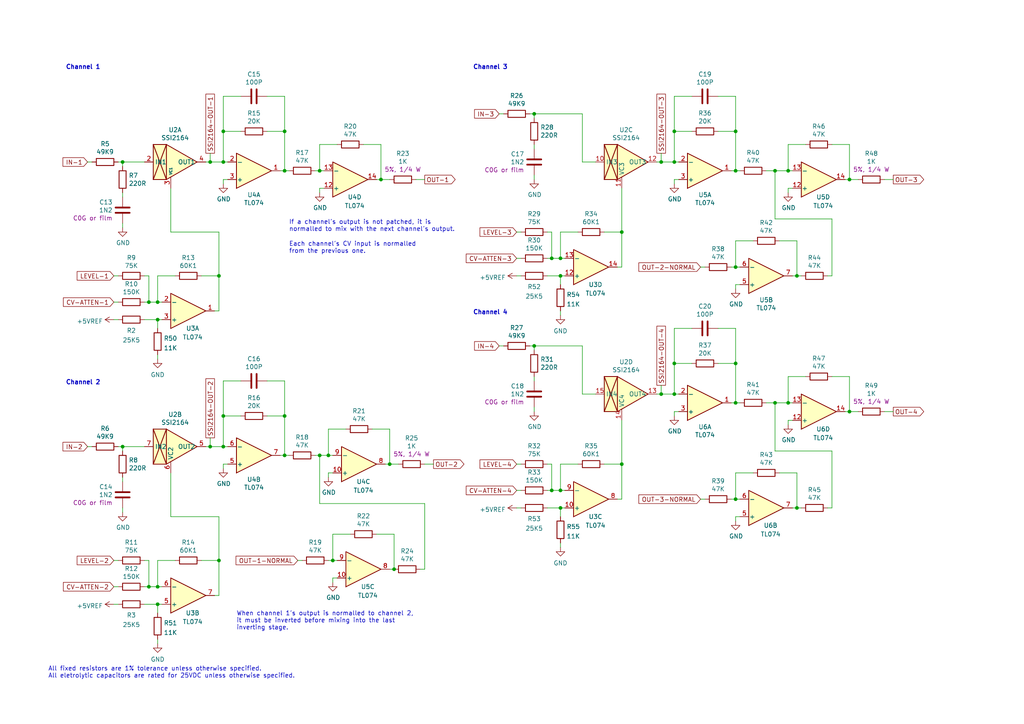
<source format=kicad_sch>
(kicad_sch (version 20211123) (generator eeschema)
  (paper "A4")
  (title_block (title "Power & Hardware - Eurorack 4XVCA Module") (date "2021-12-24") (rev "1.0") (company "Len Popp") (comment 1 "Copyright © 2021 Len Popp CC BY") (comment 2 "Eurorack quad exponential VCA module - 10HP"))
  (junction (at 213.36 144.78))
  (junction (at 35.56 46.99))
  (junction (at 43.18 170.18))
  (junction (at 64.77 129.54))
  (junction (at 82.55 120.65))
  (junction (at 63.5 162.56))
  (junction (at 35.56 129.54))
  (junction (at 224.79 116.84))
  (junction (at 154.94 100.33))
  (junction (at 64.77 120.65))
  (junction (at 195.58 38.1))
  (junction (at 95.25 132.08))
  (junction (at 45.72 170.18))
  (junction (at 45.72 175.26))
  (junction (at 60.96 46.99))
  (junction (at 191.77 46.99))
  (junction (at 60.96 129.54))
  (junction (at 180.34 134.62))
  (junction (at 180.34 67.31))
  (junction (at 110.49 52.07))
  (junction (at 63.5 80.01))
  (junction (at 228.6 49.53))
  (junction (at 191.77 114.3))
  (junction (at 162.56 80.01))
  (junction (at 231.14 80.01))
  (junction (at 246.38 119.38))
  (junction (at 92.71 49.53))
  (junction (at 154.94 33.02))
  (junction (at 82.55 49.53))
  (junction (at 82.55 38.1))
  (junction (at 231.14 147.32))
  (junction (at 113.03 134.62))
  (junction (at 246.38 52.07))
  (junction (at 45.72 92.71))
  (junction (at 224.79 49.53))
  (junction (at 82.55 132.08))
  (junction (at 96.52 162.56))
  (junction (at 162.56 147.32))
  (junction (at 195.58 46.99))
  (junction (at 213.36 38.1))
  (junction (at 114.3 165.1))
  (junction (at 43.18 87.63))
  (junction (at 195.58 105.41))
  (junction (at 160.02 142.24))
  (junction (at 64.77 38.1))
  (junction (at 213.36 49.53))
  (junction (at 213.36 116.84))
  (junction (at 162.56 142.24))
  (junction (at 160.02 74.93))
  (junction (at 228.6 116.84))
  (junction (at 162.56 74.93))
  (junction (at 64.77 46.99))
  (junction (at 213.36 105.41))
  (junction (at 213.36 77.47))
  (junction (at 195.58 114.3))
  (junction (at 92.71 132.08))
  (junction (at 45.72 87.63))
  (wire (pts (xy 154.94 100.33) (xy 168.91 100.33)))
  (wire (pts (xy 91.44 49.53) (xy 92.71 49.53)))
  (wire (pts (xy 248.92 52.07) (xy 246.38 52.07)))
  (wire (pts (xy 158.75 80.01) (xy 162.56 80.01)))
  (wire (pts (xy 66.04 46.99) (xy 64.77 46.99)))
  (wire (pts (xy 162.56 80.01) (xy 162.56 82.55)))
  (wire (pts (xy 35.56 57.15) (xy 35.56 55.88)))
  (wire (pts (xy 45.72 87.63) (xy 45.72 80.01)))
  (wire (pts (xy 162.56 90.17) (xy 162.56 91.44)))
  (wire (pts (xy 158.75 67.31) (xy 160.02 67.31)))
  (wire (pts (xy 34.29 162.56) (xy 33.02 162.56)))
  (wire (pts (xy 96.52 162.56) (xy 97.79 162.56)))
  (wire (pts (xy 95.25 132.08) (xy 96.52 132.08)))
  (wire (pts (xy 101.6 154.94) (xy 96.52 154.94)))
  (wire (pts (xy 160.02 134.62) (xy 160.02 142.24)))
  (wire (pts (xy 172.72 114.3) (xy 168.91 114.3)))
  (wire (pts (xy 229.87 80.01) (xy 231.14 80.01)))
  (wire (pts (xy 213.36 82.55) (xy 213.36 83.82)))
  (wire (pts (xy 63.5 172.72) (xy 62.23 172.72)))
  (wire (pts (xy 241.3 147.32) (xy 241.3 130.81)))
  (wire (pts (xy 49.53 54.61) (xy 49.53 67.31)))
  (wire (pts (xy 163.83 142.24) (xy 162.56 142.24)))
  (wire (pts (xy 35.56 46.99) (xy 34.29 46.99)))
  (wire (pts (xy 41.91 175.26) (xy 45.72 175.26)))
  (wire (pts (xy 172.72 46.99) (xy 168.91 46.99)))
  (wire (pts (xy 195.58 27.94) (xy 200.66 27.94)))
  (wire (pts (xy 195.58 119.38) (xy 195.58 120.65)))
  (wire (pts (xy 228.6 49.53) (xy 228.6 41.91)))
  (wire (pts (xy 162.56 74.93) (xy 160.02 74.93)))
  (wire (pts (xy 82.55 110.49) (xy 82.55 120.65)))
  (wire (pts (xy 180.34 134.62) (xy 180.34 144.78)))
  (wire (pts (xy 49.53 137.16) (xy 49.53 149.86)))
  (wire (pts (xy 64.77 27.94) (xy 69.85 27.94)))
  (wire (pts (xy 196.85 46.99) (xy 195.58 46.99)))
  (wire (pts (xy 34.29 87.63) (xy 33.02 87.63)))
  (wire (pts (xy 246.38 109.22) (xy 246.38 119.38)))
  (wire (pts (xy 180.34 121.92) (xy 180.34 134.62)))
  (wire (pts (xy 213.36 27.94) (xy 213.36 38.1)))
  (wire (pts (xy 123.19 165.1) (xy 121.92 165.1)))
  (wire (pts (xy 228.6 54.61) (xy 228.6 55.88)))
  (wire (pts (xy 208.28 95.25) (xy 213.36 95.25)))
  (wire (pts (xy 175.26 134.62) (xy 180.34 134.62)))
  (wire (pts (xy 218.44 69.85) (xy 213.36 69.85)))
  (wire (pts (xy 77.47 110.49) (xy 82.55 110.49)))
  (wire (pts (xy 229.87 121.92) (xy 228.6 121.92)))
  (wire (pts (xy 35.56 66.04) (xy 35.56 64.77)))
  (wire (pts (xy 151.13 142.24) (xy 149.86 142.24)))
  (wire (pts (xy 151.13 134.62) (xy 149.86 134.62)))
  (wire (pts (xy 33.02 92.71) (xy 34.29 92.71)))
  (wire (pts (xy 107.95 124.46) (xy 113.03 124.46)))
  (wire (pts (xy 92.71 132.08) (xy 95.25 132.08)))
  (wire (pts (xy 95.25 132.08) (xy 95.25 124.46)))
  (wire (pts (xy 92.71 49.53) (xy 92.71 41.91)))
  (wire (pts (xy 228.6 109.22) (xy 233.68 109.22)))
  (wire (pts (xy 149.86 80.01) (xy 151.13 80.01)))
  (wire (pts (xy 212.09 77.47) (xy 213.36 77.47)))
  (wire (pts (xy 64.77 134.62) (xy 64.77 135.89)))
  (wire (pts (xy 154.94 43.18) (xy 154.94 41.91)))
  (wire (pts (xy 58.42 162.56) (xy 63.5 162.56)))
  (wire (pts (xy 231.14 147.32) (xy 231.14 137.16)))
  (wire (pts (xy 162.56 142.24) (xy 162.56 134.62)))
  (wire (pts (xy 196.85 52.07) (xy 195.58 52.07)))
  (wire (pts (xy 26.67 46.99) (xy 25.4 46.99)))
  (wire (pts (xy 114.3 154.94) (xy 109.22 154.94)))
  (wire (pts (xy 203.2 144.78) (xy 204.47 144.78)))
  (wire (pts (xy 113.03 52.07) (xy 110.49 52.07)))
  (wire (pts (xy 196.85 114.3) (xy 195.58 114.3)))
  (wire (pts (xy 240.03 80.01) (xy 241.3 80.01)))
  (wire (pts (xy 213.36 38.1) (xy 213.36 49.53)))
  (wire (pts (xy 45.72 175.26) (xy 45.72 177.8)))
  (wire (pts (xy 228.6 121.92) (xy 228.6 123.19)))
  (wire (pts (xy 228.6 116.84) (xy 228.6 109.22)))
  (wire (pts (xy 240.03 147.32) (xy 241.3 147.32)))
  (wire (pts (xy 224.79 116.84) (xy 228.6 116.84)))
  (wire (pts (xy 154.94 100.33) (xy 153.67 100.33)))
  (wire (pts (xy 97.79 167.64) (xy 96.52 167.64)))
  (wire (pts (xy 228.6 41.91) (xy 233.68 41.91)))
  (wire (pts (xy 158.75 134.62) (xy 160.02 134.62)))
  (wire (pts (xy 180.34 54.61) (xy 180.34 67.31)))
  (wire (pts (xy 190.5 46.99) (xy 191.77 46.99)))
  (wire (pts (xy 45.72 162.56) (xy 50.8 162.56)))
  (wire (pts (xy 46.99 92.71) (xy 45.72 92.71)))
  (wire (pts (xy 63.5 149.86) (xy 49.53 149.86)))
  (wire (pts (xy 125.73 134.62) (xy 123.19 134.62)))
  (wire (pts (xy 110.49 52.07) (xy 109.22 52.07)))
  (wire (pts (xy 231.14 69.85) (xy 226.06 69.85)))
  (wire (pts (xy 214.63 49.53) (xy 213.36 49.53)))
  (wire (pts (xy 208.28 105.41) (xy 213.36 105.41)))
  (wire (pts (xy 212.09 116.84) (xy 213.36 116.84)))
  (wire (pts (xy 92.71 132.08) (xy 92.71 146.05)))
  (wire (pts (xy 33.02 175.26) (xy 34.29 175.26)))
  (wire (pts (xy 214.63 82.55) (xy 213.36 82.55)))
  (wire (pts (xy 154.94 52.07) (xy 154.94 50.8)))
  (wire (pts (xy 160.02 67.31) (xy 160.02 74.93)))
  (wire (pts (xy 241.3 63.5) (xy 224.79 63.5)))
  (wire (pts (xy 195.58 95.25) (xy 195.58 105.41)))
  (wire (pts (xy 162.56 157.48) (xy 162.56 158.75)))
  (wire (pts (xy 43.18 162.56) (xy 43.18 170.18)))
  (wire (pts (xy 43.18 87.63) (xy 41.91 87.63)))
  (wire (pts (xy 115.57 134.62) (xy 113.03 134.62)))
  (wire (pts (xy 95.25 137.16) (xy 95.25 138.43)))
  (wire (pts (xy 214.63 149.86) (xy 213.36 149.86)))
  (wire (pts (xy 58.42 80.01) (xy 63.5 80.01)))
  (wire (pts (xy 241.3 41.91) (xy 246.38 41.91)))
  (wire (pts (xy 96.52 167.64) (xy 96.52 168.91)))
  (wire (pts (xy 259.08 52.07) (xy 256.54 52.07)))
  (wire (pts (xy 66.04 134.62) (xy 64.77 134.62)))
  (wire (pts (xy 228.6 49.53) (xy 229.87 49.53)))
  (wire (pts (xy 154.94 101.6) (xy 154.94 100.33)))
  (wire (pts (xy 114.3 165.1) (xy 114.3 154.94)))
  (wire (pts (xy 213.36 144.78) (xy 214.63 144.78)))
  (wire (pts (xy 82.55 132.08) (xy 81.28 132.08)))
  (wire (pts (xy 66.04 129.54) (xy 64.77 129.54)))
  (wire (pts (xy 162.56 147.32) (xy 162.56 149.86)))
  (wire (pts (xy 195.58 38.1) (xy 195.58 46.99)))
  (wire (pts (xy 212.09 144.78) (xy 213.36 144.78)))
  (wire (pts (xy 224.79 63.5) (xy 224.79 49.53)))
  (wire (pts (xy 231.14 80.01) (xy 231.14 69.85)))
  (wire (pts (xy 60.96 46.99) (xy 64.77 46.99)))
  (wire (pts (xy 191.77 114.3) (xy 195.58 114.3)))
  (wire (pts (xy 213.36 137.16) (xy 213.36 144.78)))
  (wire (pts (xy 46.99 170.18) (xy 45.72 170.18)))
  (wire (pts (xy 195.58 105.41) (xy 195.58 114.3)))
  (wire (pts (xy 41.91 129.54) (xy 35.56 129.54)))
  (wire (pts (xy 45.72 185.42) (xy 45.72 186.69)))
  (wire (pts (xy 64.77 120.65) (xy 69.85 120.65)))
  (wire (pts (xy 208.28 27.94) (xy 213.36 27.94)))
  (wire (pts (xy 86.36 162.56) (xy 87.63 162.56)))
  (wire (pts (xy 77.47 27.94) (xy 82.55 27.94)))
  (wire (pts (xy 241.3 130.81) (xy 224.79 130.81)))
  (wire (pts (xy 113.03 124.46) (xy 113.03 134.62)))
  (wire (pts (xy 149.86 147.32) (xy 151.13 147.32)))
  (wire (pts (xy 224.79 130.81) (xy 224.79 116.84)))
  (wire (pts (xy 64.77 38.1) (xy 69.85 38.1)))
  (wire (pts (xy 82.55 132.08) (xy 83.82 132.08)))
  (wire (pts (xy 224.79 49.53) (xy 228.6 49.53)))
  (wire (pts (xy 92.71 146.05) (xy 123.19 146.05)))
  (wire (pts (xy 154.94 110.49) (xy 154.94 109.22)))
  (wire (pts (xy 195.58 38.1) (xy 200.66 38.1)))
  (wire (pts (xy 191.77 111.76) (xy 191.77 114.3)))
  (wire (pts (xy 123.19 52.07) (xy 120.65 52.07)))
  (wire (pts (xy 41.91 46.99) (xy 35.56 46.99)))
  (wire (pts (xy 241.3 80.01) (xy 241.3 63.5)))
  (wire (pts (xy 146.05 33.02) (xy 144.78 33.02)))
  (wire (pts (xy 162.56 147.32) (xy 163.83 147.32)))
  (wire (pts (xy 154.94 33.02) (xy 153.67 33.02)))
  (wire (pts (xy 63.5 80.01) (xy 63.5 90.17)))
  (wire (pts (xy 95.25 124.46) (xy 100.33 124.46)))
  (wire (pts (xy 259.08 119.38) (xy 256.54 119.38)))
  (wire (pts (xy 246.38 41.91) (xy 246.38 52.07)))
  (wire (pts (xy 59.69 46.99) (xy 60.96 46.99)))
  (wire (pts (xy 228.6 116.84) (xy 229.87 116.84)))
  (wire (pts (xy 191.77 46.99) (xy 195.58 46.99)))
  (wire (pts (xy 113.03 165.1) (xy 114.3 165.1)))
  (wire (pts (xy 213.36 149.86) (xy 213.36 151.13)))
  (wire (pts (xy 162.56 67.31) (xy 167.64 67.31)))
  (wire (pts (xy 195.58 105.41) (xy 200.66 105.41)))
  (wire (pts (xy 212.09 49.53) (xy 213.36 49.53)))
  (wire (pts (xy 82.55 38.1) (xy 82.55 49.53)))
  (wire (pts (xy 213.36 105.41) (xy 213.36 116.84)))
  (wire (pts (xy 34.29 80.01) (xy 33.02 80.01)))
  (wire (pts (xy 218.44 137.16) (xy 213.36 137.16)))
  (wire (pts (xy 59.69 129.54) (xy 60.96 129.54)))
  (wire (pts (xy 45.72 102.87) (xy 45.72 104.14)))
  (wire (pts (xy 175.26 67.31) (xy 180.34 67.31)))
  (wire (pts (xy 46.99 87.63) (xy 45.72 87.63)))
  (wire (pts (xy 213.36 95.25) (xy 213.36 105.41)))
  (wire (pts (xy 160.02 74.93) (xy 158.75 74.93)))
  (wire (pts (xy 60.96 129.54) (xy 64.77 129.54)))
  (wire (pts (xy 95.25 162.56) (xy 96.52 162.56)))
  (wire (pts (xy 64.77 110.49) (xy 69.85 110.49)))
  (wire (pts (xy 123.19 146.05) (xy 123.19 165.1)))
  (wire (pts (xy 92.71 54.61) (xy 92.71 55.88)))
  (wire (pts (xy 63.5 80.01) (xy 63.5 67.31)))
  (wire (pts (xy 77.47 120.65) (xy 82.55 120.65)))
  (wire (pts (xy 231.14 80.01) (xy 232.41 80.01)))
  (wire (pts (xy 63.5 90.17) (xy 62.23 90.17)))
  (wire (pts (xy 93.98 54.61) (xy 92.71 54.61)))
  (wire (pts (xy 43.18 80.01) (xy 43.18 87.63)))
  (wire (pts (xy 180.34 67.31) (xy 180.34 77.47)))
  (wire (pts (xy 82.55 49.53) (xy 81.28 49.53)))
  (wire (pts (xy 64.77 52.07) (xy 64.77 53.34)))
  (wire (pts (xy 162.56 80.01) (xy 163.83 80.01)))
  (wire (pts (xy 64.77 110.49) (xy 64.77 120.65)))
  (wire (pts (xy 41.91 162.56) (xy 43.18 162.56)))
  (wire (pts (xy 66.04 52.07) (xy 64.77 52.07)))
  (wire (pts (xy 92.71 41.91) (xy 97.79 41.91)))
  (wire (pts (xy 180.34 77.47) (xy 179.07 77.47)))
  (wire (pts (xy 246.38 52.07) (xy 245.11 52.07)))
  (wire (pts (xy 195.58 52.07) (xy 195.58 53.34)))
  (wire (pts (xy 180.34 144.78) (xy 179.07 144.78)))
  (wire (pts (xy 191.77 44.45) (xy 191.77 46.99)))
  (wire (pts (xy 213.36 69.85) (xy 213.36 77.47)))
  (wire (pts (xy 34.29 170.18) (xy 33.02 170.18)))
  (wire (pts (xy 35.56 139.7) (xy 35.56 138.43)))
  (wire (pts (xy 64.77 38.1) (xy 64.77 46.99)))
  (wire (pts (xy 35.56 48.26) (xy 35.56 46.99)))
  (wire (pts (xy 160.02 142.24) (xy 158.75 142.24)))
  (wire (pts (xy 92.71 132.08) (xy 91.44 132.08)))
  (wire (pts (xy 63.5 67.31) (xy 49.53 67.31)))
  (wire (pts (xy 231.14 137.16) (xy 226.06 137.16)))
  (wire (pts (xy 222.25 49.53) (xy 224.79 49.53)))
  (wire (pts (xy 168.91 114.3) (xy 168.91 100.33)))
  (wire (pts (xy 82.55 120.65) (xy 82.55 132.08)))
  (wire (pts (xy 214.63 116.84) (xy 213.36 116.84)))
  (wire (pts (xy 35.56 130.81) (xy 35.56 129.54)))
  (wire (pts (xy 195.58 95.25) (xy 200.66 95.25)))
  (wire (pts (xy 82.55 27.94) (xy 82.55 38.1)))
  (wire (pts (xy 60.96 127) (xy 60.96 129.54)))
  (wire (pts (xy 158.75 147.32) (xy 162.56 147.32)))
  (wire (pts (xy 60.96 44.45) (xy 60.96 46.99)))
  (wire (pts (xy 41.91 92.71) (xy 45.72 92.71)))
  (wire (pts (xy 146.05 100.33) (xy 144.78 100.33)))
  (wire (pts (xy 45.72 170.18) (xy 45.72 162.56)))
  (wire (pts (xy 92.71 49.53) (xy 93.98 49.53)))
  (wire (pts (xy 26.67 129.54) (xy 25.4 129.54)))
  (wire (pts (xy 151.13 74.93) (xy 149.86 74.93)))
  (wire (pts (xy 246.38 119.38) (xy 245.11 119.38)))
  (wire (pts (xy 213.36 77.47) (xy 214.63 77.47)))
  (wire (pts (xy 46.99 175.26) (xy 45.72 175.26)))
  (wire (pts (xy 45.72 80.01) (xy 50.8 80.01)))
  (wire (pts (xy 203.2 77.47) (xy 204.47 77.47)))
  (wire (pts (xy 222.25 116.84) (xy 224.79 116.84)))
  (wire (pts (xy 151.13 67.31) (xy 149.86 67.31)))
  (wire (pts (xy 163.83 74.93) (xy 162.56 74.93)))
  (wire (pts (xy 96.52 137.16) (xy 95.25 137.16)))
  (wire (pts (xy 196.85 119.38) (xy 195.58 119.38)))
  (wire (pts (xy 45.72 87.63) (xy 43.18 87.63)))
  (wire (pts (xy 41.91 80.01) (xy 43.18 80.01)))
  (wire (pts (xy 105.41 41.91) (xy 110.49 41.91)))
  (wire (pts (xy 35.56 148.59) (xy 35.56 147.32)))
  (wire (pts (xy 45.72 170.18) (xy 43.18 170.18)))
  (wire (pts (xy 63.5 162.56) (xy 63.5 172.72)))
  (wire (pts (xy 229.87 147.32) (xy 231.14 147.32)))
  (wire (pts (xy 229.87 54.61) (xy 228.6 54.61)))
  (wire (pts (xy 77.47 38.1) (xy 82.55 38.1)))
  (wire (pts (xy 154.94 34.29) (xy 154.94 33.02)))
  (wire (pts (xy 35.56 129.54) (xy 34.29 129.54)))
  (wire (pts (xy 162.56 74.93) (xy 162.56 67.31)))
  (wire (pts (xy 64.77 120.65) (xy 64.77 129.54)))
  (wire (pts (xy 231.14 147.32) (xy 232.41 147.32)))
  (wire (pts (xy 113.03 134.62) (xy 111.76 134.62)))
  (wire (pts (xy 168.91 46.99) (xy 168.91 33.02)))
  (wire (pts (xy 43.18 170.18) (xy 41.91 170.18)))
  (wire (pts (xy 154.94 119.38) (xy 154.94 118.11)))
  (wire (pts (xy 162.56 142.24) (xy 160.02 142.24)))
  (wire (pts (xy 154.94 33.02) (xy 168.91 33.02)))
  (wire (pts (xy 45.72 92.71) (xy 45.72 95.25)))
  (wire (pts (xy 96.52 154.94) (xy 96.52 162.56)))
  (wire (pts (xy 195.58 27.94) (xy 195.58 38.1)))
  (wire (pts (xy 241.3 109.22) (xy 246.38 109.22)))
  (wire (pts (xy 110.49 41.91) (xy 110.49 52.07)))
  (wire (pts (xy 63.5 162.56) (xy 63.5 149.86)))
  (wire (pts (xy 208.28 38.1) (xy 213.36 38.1)))
  (wire (pts (xy 82.55 49.53) (xy 83.82 49.53)))
  (wire (pts (xy 248.92 119.38) (xy 246.38 119.38)))
  (wire (pts (xy 190.5 114.3) (xy 191.77 114.3)))
  (wire (pts (xy 64.77 27.94) (xy 64.77 38.1)))
  (wire (pts (xy 162.56 134.62) (xy 167.64 134.62)))
  (text "When channel 1's output is normalled to channel 2, \nit must be inverted before mixing into the last \ninverting stage." (at 68.58 182.88 0) (effects (font (size 1.27 1.27)) (justify left bottom)))
  (text "Power & Stuff" (at 304.8 72.39 0) (effects (font (size 2.54 2.54) (thickness 0.508) bold) (justify left bottom)))
  (text "All fixed resistors are 1% tolerance unless otherwise specified.\nAll eletrolytic capacitors are rated for 25VDC unless otherwise specified." (at 13.97 196.85 0) (effects (font (size 1.27 1.27)) (justify left bottom)))
  (text "Channel 2" (at 19.05 111.76 0) (effects (font (size 1.27 1.27) (thickness 0.254) bold) (justify left bottom)))
  (text "Channel 3" (at 137.16 20.32 0) (effects (font (size 1.27 1.27) (thickness 0.254) bold) (justify left bottom)))
  (text "Channel 4" (at 137.16 91.44 0) (effects (font (size 1.27 1.27) (thickness 0.254) bold) (justify left bottom)))
  (text "Controls & Connectors" (at 304.8 21.59 0) (effects (font (size 2.54 2.54) (thickness 0.508) bold) (justify left bottom)))
  (text "Each channel's CV input is normalled \nfrom the previous one." (at 83.82 73.66 0) (effects (font (size 1.27 1.27)) (justify left bottom)))
  (text "Channel 1" (at 19.05 20.32 0) (effects (font (size 1.27 1.27) (thickness 0.254) bold) (justify left bottom)))
  (text "If a channel's output is not patched, it is \nnormalled to mix with the next channel's output." (at 83.82 67.31 0) (effects (font (size 1.27 1.27)) (justify left bottom)))
  (global_label "OUT-4" (shape output) (at 259.08 119.38 0) (property "Intersheet References" "${INTERSHEET_REFS}" (effects hide)))
  (global_label "IN-2" (shape input) (at 25.4 129.54 180) (property "Intersheet References" "${INTERSHEET_REFS}" (effects hide)))
  (global_label "CV-ATTEN-1" (shape input) (at 33.02 87.63 180) (property "Intersheet References" "${INTERSHEET_REFS}" (effects hide)))
  (global_label "LEVEL-3" (shape input) (at 149.86 67.31 180) (property "Intersheet References" "${INTERSHEET_REFS}" (effects hide)))
  (global_label "SSI2164-OUT-4" (shape passive) (at 191.77 111.76 90) (property "Intersheet References" "${INTERSHEET_REFS}" (effects hide)))
  (global_label "SSI2164-OUT-3" (shape passive) (at 191.77 44.45 90) (property "Intersheet References" "${INTERSHEET_REFS}" (effects hide)))
  (global_label "CV-ATTEN-3" (shape input) (at 149.86 74.93 180) (property "Intersheet References" "${INTERSHEET_REFS}" (effects hide)))
  (global_label "OUT-1-NORMAL" (shape input) (at 86.36 162.56 180) (property "Intersheet References" "${INTERSHEET_REFS}" (effects hide)))
  (global_label "CV-ATTEN-4" (shape input) (at 149.86 142.24 180) (property "Intersheet References" "${INTERSHEET_REFS}" (effects hide)))
  (global_label "SSI2164-OUT-2" (shape passive) (at 60.96 127 90) (property "Intersheet References" "${INTERSHEET_REFS}" (effects hide)))
  (global_label "IN-1" (shape input) (at 25.4 46.99 180) (property "Intersheet References" "${INTERSHEET_REFS}" (effects hide)))
  (global_label "LEVEL-2" (shape input) (at 33.02 162.56 180) (property "Intersheet References" "${INTERSHEET_REFS}" (effects hide)))
  (global_label "OUT-3" (shape output) (at 259.08 52.07 0) (property "Intersheet References" "${INTERSHEET_REFS}" (effects hide)))
  (global_label "LEVEL-1" (shape input) (at 33.02 80.01 180) (property "Intersheet References" "${INTERSHEET_REFS}" (effects hide)))
  (global_label "SSI2164-OUT-1" (shape passive) (at 60.96 44.45 90) (property "Intersheet References" "${INTERSHEET_REFS}" (effects hide)))
  (global_label "OUT-2-NORMAL" (shape input) (at 203.2 77.47 180) (property "Intersheet References" "${INTERSHEET_REFS}" (effects hide)))
  (global_label "IN-4" (shape input) (at 144.78 100.33 180) (property "Intersheet References" "${INTERSHEET_REFS}" (effects hide)))
  (global_label "OUT-3-NORMAL" (shape input) (at 203.2 144.78 180) (property "Intersheet References" "${INTERSHEET_REFS}" (effects hide)))
  (global_label "OUT-2" (shape output) (at 125.73 134.62 0) (property "Intersheet References" "${INTERSHEET_REFS}" (effects hide)))
  (global_label "IN-3" (shape input) (at 144.78 33.02 180) (property "Intersheet References" "${INTERSHEET_REFS}" (effects hide)))
  (global_label "CV-ATTEN-2" (shape input) (at 33.02 170.18 180) (property "Intersheet References" "${INTERSHEET_REFS}" (effects hide)))
  (global_label "OUT-1" (shape output) (at 123.19 52.07 0) (property "Intersheet References" "${INTERSHEET_REFS}" (effects hide)))
  (global_label "LEVEL-4" (shape input) (at 149.86 134.62 180) (property "Intersheet References" "${INTERSHEET_REFS}" (effects hide)))
  (symbol (lib_id "-lmp-synth:SSI2164") (at 49.53 46.99 0) (unit 1)
    (property "Reference" "U2" (at 50.8 37.6682 0))
    (property "Value" "SSI2164" (at 50.8 39.9796 0))
    (property "Footprint" "-lmp-breakout:Breakout_DIP-SOIC-16_W15.24mm" (effects hide))
    (property "Datasheet" "http://soundsemiconductor.com/downloads/ssi2164datasheet.pdf" (effects hide))
    (property "Manufacturer" "Sound Semiconductor" (effects hide))
    (property "ManufacturerPartNum" "SSI2164" (effects hide))
    (property "Distributor" "Synthcube" (effects hide))
    (property "DistributorPartNum" "ICNSSI2164SMT" (effects hide))
    (property "DistributorPartLink" "https://synthcube.com/cart/sound-semiconductor-ssi2164-fatkeys-quad-voltage-controlled-amplifier?search=ssi2164&description=true" (effects hide))
    (property "Distributor2" "Antique Electronic Supply" (effects hide))
    (property "DistributorPartNum2" "P-Q-SSI2164" (effects hide))
    (property "DistributorPartLink2" "https://www.tubesandmore.com/products/integrated-circuit-ssi2164-quad-vca-sound-semiconductor" (effects hide))
  )
  (symbol (lib_id "-lmp:R_1%_0W166") (at 30.48 46.99 270) (unit 1)
    (property "Reference" "R5" (at 30.48 41.7322 90))
    (property "Value" "49K9" (at 30.48 44.0436 90))
    (property "Footprint" "-lmp-misc:R_Axial_DIN0207_L6.3mm_D2.5mm_P10.16mm_Horizontal" (effects hide))
    (property "Datasheet" "https://www.mouser.ca/datasheet/2/427/cmfmil-1762972.pdf" (effects hide))
    (property "Manufacturer" "Vishay / Dale" (effects hide))
    (property "ManufacturerPartNum" "RN55D4992FB14" (effects hide))
    (property "Distributor" "Mouser" (effects hide))
    (property "DistributorPartNum" "71-RN55D-F-49.9K" (effects hide))
    (property "DistributorPartLink" "https://www.mouser.ca/ProductDetail/?qs=Bfn3yGQ%252BnqpBsi5J7q%252Bw4w%3D%3D" (effects hide))
  )
  (symbol (lib_id "-lmp:R_1%_0W166") (at 35.56 52.07 0) (unit 1)
    (property "Reference" "R7" (at 37.338 50.9016 0) (effects (justify left)))
    (property "Value" "220R" (at 37.338 53.213 0) (effects (justify left)))
    (property "Footprint" "-lmp-misc:R_Axial_DIN0207_L6.3mm_D2.5mm_P7.62mm_Horizontal" (effects hide))
    (property "Datasheet" "https://www.mouser.ca/datasheet/2/447/Yageo_LR_MFR_1-1714151.pdf" (effects hide))
    (property "Manufacturer" "YAGEO" (effects hide))
    (property "ManufacturerPartNum" "MFR-12FTF52-220R" (effects hide))
    (property "Distributor" "Mouser" (effects hide))
    (property "DistributorPartNum" " 603-MFR-12FTF52-220R" (effects hide))
    (property "DistributorPartLink" "https://www.mouser.ca/ProductDetail/603-MFR-12FTF52-220R" (effects hide))
    (property "Value2" "1%, 1/6 W" (effects hide))
  )
  (symbol (lib_id "-lmp:CC") (at 35.56 60.96 0) (unit 1)
    (property "Reference" "C13" (at 32.6644 58.6486 0) (effects (justify right)))
    (property "Value" "1N2" (at 32.6644 60.96 0) (effects (justify right)))
    (property "Footprint" "-lmp-misc:C_Rect_Kemet_L7.2mm_W2.5mm_P5mm" (effects hide))
    (property "Datasheet" "https://www.mouser.ca/datasheet/2/212/1/KEM_F3101_R82-1103738.pdf" (effects hide))
    (property "Note" "C0G or film" (at 32.6644 63.2714 0) (effects (justify right)))
    (property "Distributor" "Mouser" (effects hide))
    (property "DistributorPartLink" "https://www.mouser.ca/ProductDetail/KEMET/R82EC1120DQ50J?qs=Jv4FAWB%252B0HZ5I6mPsbz5Ew%3D%3D" (effects hide))
    (property "DistributorPartNum" "80-R82EC1120DQ50J" (effects hide))
    (property "Manufacturer" "Kemet" (effects hide))
    (property "ManufacturerPartNum" "R82EC1120DQ50J" (effects hide))
  )
  (symbol (lib_id "-lmp-power:GND") (at 35.56 66.04 0) (unit 1)
    (property "Reference" "#PWR04" (effects hide))
    (property "Value" "GND" (at 35.687 70.4342 0))
  )
  (symbol (lib_id "-lmp:R_1%_0W166") (at 38.1 80.01 270) (unit 1)
    (property "Reference" "R9" (at 38.1 74.7522 90))
    (property "Value" "75K" (at 38.1 77.0636 90))
    (property "Footprint" "-lmp-misc:R_Axial_DIN0207_L6.3mm_D2.5mm_P7.62mm_Horizontal" (effects hide))
    (property "Datasheet" "https://www.mouser.ca/datasheet/2/447/Yageo_LR_MFR_1-1714151.pdf" (effects hide))
    (property "Manufacturer" "YAGEO" (effects hide))
    (property "ManufacturerPartNum" "MFR-12FTF52-75K" (effects hide))
    (property "Distributor" "Mouser" (effects hide))
    (property "DistributorPartNum" "603-MFR-12FTF52-75K" (effects hide))
    (property "DistributorPartLink" "https://www.mouser.ca/ProductDetail/YAGEO/MFR-12FTF52-75K?qs=oAGoVhmvjhxG7qVOuGlgew%3D%3D" (effects hide))
    (property "Value2" "1%, 1/6 W" (effects hide))
  )
  (symbol (lib_id "-lmp:R_1%_0W166") (at 38.1 87.63 270) (unit 1)
    (property "Reference" "R10" (at 38.1 82.3722 90))
    (property "Value" "150K" (at 38.1 84.6836 90))
    (property "Footprint" "-lmp-misc:R_Axial_DIN0207_L6.3mm_D2.5mm_P7.62mm_Horizontal" (effects hide))
    (property "Datasheet" "https://www.mouser.ca/datasheet/2/447/Yageo_LR_MFR_1-1714151.pdf" (effects hide))
    (property "Manufacturer" "YAGEO" (effects hide))
    (property "ManufacturerPartNum" "MFR-12FTF52-150K" (effects hide))
    (property "Distributor" "Mouser" (effects hide))
    (property "DistributorPartNum" "603-MFR-12FTF52-150K" (effects hide))
    (property "DistributorPartLink" "https://www.mouser.ca/ProductDetail/YAGEO/MFR-12FTF52-150K?qs=oAGoVhmvjhyn6tjndOraRA%3D%3D" (effects hide))
    (property "Value2" "1%, 1/6 W" (effects hide))
  )
  (symbol (lib_id "-lmp:R_1%_0W166") (at 54.61 80.01 270) (unit 1)
    (property "Reference" "R13" (at 54.61 74.7522 90))
    (property "Value" "60K1" (at 54.61 77.0636 90))
    (property "Footprint" "-lmp-misc:R_Axial_DIN0207_L6.3mm_D2.5mm_P10.16mm_Horizontal" (effects hide))
    (property "Datasheet" "https://www.mouser.ca/datasheet/2/427/cmfmil-1762972.pdf" (effects hide))
    (property "Manufacturer" "Vishay / Dale" (effects hide))
    (property "ManufacturerPartNum" "RN55D6012FB14" (effects hide))
    (property "Distributor" "Mouser" (effects hide))
    (property "DistributorPartNum" "71-RN55D-F-60.1K" (effects hide))
    (property "DistributorPartLink" "https://www.mouser.ca/ProductDetail/71-RN55D-F-60.1K" (effects hide))
    (property "Value2" "1%" (effects hide))
  )
  (symbol (lib_id "-lmp-opamp:TL074") (at 54.61 90.17 0) (mirror x) (unit 1)
    (property "Reference" "U3" (at 55.88 95.25 0))
    (property "Value" "TL074" (at 55.88 97.79 0))
    (property "Footprint" "Package_DIP:DIP-14_W7.62mm" (effects hide))
    (property "Datasheet" "http://www.ti.com/lit/ds/symlink/tl071.pdf" (effects hide))
    (property "Manufacturer" "Texas Instruments" (effects hide))
    (property "ManufacturerPartNum" "TL074BCN" (effects hide))
    (property "Distributor" "Mouser" (effects hide))
    (property "DistributorPartNum" "595-TL074BCN" (effects hide))
    (property "DistributorPartLink" "https://www.mouser.ca/ProductDetail/?qs=vxEfx8VrU7BHurOY5iQdiA%3D%3D" (effects hide))
  )
  (symbol (lib_id "-lmp-opamp:TL074") (at 73.66 49.53 0) (mirror x) (unit 1)
    (property "Reference" "U4" (at 73.66 56.515 0))
    (property "Value" "TL074" (at 73.66 58.8264 0))
    (property "Footprint" "Package_DIP:DIP-14_W7.62mm" (effects hide))
    (property "Datasheet" "http://www.ti.com/lit/ds/symlink/tl071.pdf" (effects hide))
    (property "Manufacturer" "Texas Instruments" (effects hide))
    (property "ManufacturerPartNum" "TL074BCN" (effects hide))
    (property "Distributor" "Mouser" (effects hide))
    (property "DistributorPartNum" "595-TL074BCN" (effects hide))
    (property "DistributorPartLink" "https://www.mouser.ca/ProductDetail/?qs=vxEfx8VrU7BHurOY5iQdiA%3D%3D" (effects hide))
  )
  (symbol (lib_id "-lmp:R_1%_0W166") (at 73.66 38.1 270) (unit 1)
    (property "Reference" "R15" (at 73.66 32.8422 90))
    (property "Value" "20K" (at 73.66 35.1536 90))
    (property "Footprint" "-lmp-misc:R_Axial_DIN0207_L6.3mm_D2.5mm_P7.62mm_Horizontal" (effects hide))
    (property "Datasheet" "https://www.mouser.ca/datasheet/2/447/Yageo_LR_MFR_1-1714151.pdf" (effects hide))
    (property "Manufacturer" "YAGEO" (effects hide))
    (property "ManufacturerPartNum" "MFR-12FTF52-20K" (effects hide))
    (property "Distributor" "Mouser" (effects hide))
    (property "DistributorPartNum" "603-MFR-12FTF52-20K" (effects hide))
    (property "DistributorPartLink" "https://www.mouser.ca/ProductDetail/YAGEO/MFR-12FTF52-20K?qs=oAGoVhmvjhx30ELEgu5Hag%3D%3D" (effects hide))
    (property "Value2" "1%, 1/6 W" (effects hide))
  )
  (symbol (lib_id "-lmp-power:GND") (at 64.77 53.34 0) (unit 1)
    (property "Reference" "#PWR06" (effects hide))
    (property "Value" "GND" (at 64.897 57.7342 0))
  )
  (symbol (lib_id "-lmp:CC") (at 73.66 27.94 270) (unit 1)
    (property "Reference" "C15" (at 73.66 21.5392 90))
    (property "Value" "100P" (at 73.66 23.8506 90))
    (property "Footprint" "-lmp-misc:C_Disc_D5.0mm_W2.5mm_P2.50mm" (effects hide))
    (property "Datasheet" "https://www.mouser.ca/datasheet/2/427/VISH_S_A0012659393_1-2572337.pdf" (effects hide))
    (property "Distributor" "Mouser" (effects hide))
    (property "DistributorPartLink" "https://www.mouser.ca/ProductDetail/594-K101J15C0GF53L2" (effects hide))
    (property "DistributorPartNum" "594-K101J15C0GF53L2" (effects hide))
    (property "Manufacturer" "Vishay" (effects hide))
    (property "ManufacturerPartNum" "K101J15C0GF53L2" (effects hide))
  )
  (symbol (lib_id "-lmp:R_1%_0W166") (at 87.63 49.53 270) (unit 1)
    (property "Reference" "R17" (at 87.63 44.2722 90))
    (property "Value" "47K" (at 87.63 46.5836 90))
    (property "Footprint" "-lmp-misc:R_Axial_DIN0207_L6.3mm_D2.5mm_P7.62mm_Horizontal" (effects hide))
    (property "Datasheet" "https://www.mouser.ca/datasheet/2/447/Yageo_LR_MFR_1-1714151.pdf" (effects hide))
    (property "Manufacturer" "YAGEO" (effects hide))
    (property "ManufacturerPartNum" "MFR-12FTF52-47K" (effects hide))
    (property "Distributor" "Mouser" (effects hide))
    (property "DistributorPartNum" "603-MFR-12FTF52-47K" (effects hide))
    (property "DistributorPartLink" "https://www.mouser.ca/ProductDetail/YAGEO/MFR-12FTF52-47K?qs=oAGoVhmvjhylO%2Fy0ChGYrw%3D%3D" (effects hide))
    (property "Value2" "1%, 1/6 W" (effects hide))
  )
  (symbol (lib_id "-lmp-opamp:TL074") (at 101.6 52.07 0) (mirror x) (unit 4)
    (property "Reference" "U4" (at 102.87 57.15 0))
    (property "Value" "TL074" (at 102.87 59.69 0))
    (property "Footprint" "Package_DIP:DIP-14_W7.62mm" (effects hide))
    (property "Datasheet" "http://www.ti.com/lit/ds/symlink/tl071.pdf" (effects hide))
    (property "Manufacturer" "Texas Instruments" (effects hide))
    (property "ManufacturerPartNum" "TL074BCN" (effects hide))
    (property "Distributor" "Mouser" (effects hide))
    (property "DistributorPartNum" "595-TL074BCN" (effects hide))
    (property "DistributorPartLink" "https://www.mouser.ca/ProductDetail/?qs=vxEfx8VrU7BHurOY5iQdiA%3D%3D" (effects hide))
  )
  (symbol (lib_id "-lmp:R_1%_0W166") (at 101.6 41.91 270) (unit 1)
    (property "Reference" "R20" (at 101.6 36.6522 90))
    (property "Value" "47K" (at 101.6 38.9636 90))
    (property "Footprint" "-lmp-misc:R_Axial_DIN0207_L6.3mm_D2.5mm_P7.62mm_Horizontal" (effects hide))
    (property "Datasheet" "https://www.mouser.ca/datasheet/2/447/Yageo_LR_MFR_1-1714151.pdf" (effects hide))
    (property "Manufacturer" "YAGEO" (effects hide))
    (property "ManufacturerPartNum" "MFR-12FTF52-47K" (effects hide))
    (property "Distributor" "Mouser" (effects hide))
    (property "DistributorPartNum" "603-MFR-12FTF52-47K" (effects hide))
    (property "DistributorPartLink" "https://www.mouser.ca/ProductDetail/YAGEO/MFR-12FTF52-47K?qs=oAGoVhmvjhylO%2Fy0ChGYrw%3D%3D" (effects hide))
    (property "Value2" "1%, 1/6 W" (effects hide))
  )
  (symbol (lib_id "-lmp-power:GND") (at 92.71 55.88 0) (unit 1)
    (property "Reference" "#PWR08" (effects hide))
    (property "Value" "GND" (at 92.837 60.2742 0))
  )
  (symbol (lib_id "-lmp-synth:R_1K_Output") (at 116.84 52.07 270) (unit 1)
    (property "Reference" "R23" (at 116.84 44.5262 90))
    (property "Value" "1K" (at 116.84 46.8376 90))
    (property "Footprint" "-lmp-misc:R_Axial_DIN0207_L6.3mm_D2.5mm_P10.16mm_Horizontal" (effects hide))
    (property "Datasheet" "https://www.mouser.ca/datasheet/2/427/ccf07-1762725.pdf" (effects hide))
    (property "Value2" "5%, 1/4 W" (at 116.84 49.149 90))
    (property "Note" "Output limiting" (effects hide))
    (property "Manufacturer" "Vishay / Dale" (effects hide))
    (property "ManufacturerPartNum" "CCF071K00JKE36" (effects hide))
    (property "Distributor" "Mouser" (effects hide))
    (property "DistributorPartNum" "71-CCF071K00JKE36" (effects hide))
    (property "DistributorPartLink" "https://www.mouser.ca/ProductDetail/Vishay-Dale/CCF071K00JKE36?qs=sGAEpiMZZMsPqMdJzcrNwqw41JD0NFylHV1MADcQnpo%3D" (effects hide))
  )
  (symbol (lib_id "-lmp-synth:SSI2164") (at 49.53 129.54 0) (unit 2)
    (property "Reference" "U2" (at 50.8 120.2182 0))
    (property "Value" "SSI2164" (at 50.8 122.5296 0))
    (property "Footprint" "-lmp-breakout:Breakout_DIP-SOIC-16_W15.24mm" (effects hide))
    (property "Datasheet" "http://soundsemiconductor.com/downloads/ssi2164datasheet.pdf" (effects hide))
    (property "Manufacturer" "Sound Semiconductor" (effects hide))
    (property "ManufacturerPartNum" "SSI2164" (effects hide))
    (property "Distributor" "Synthcube" (effects hide))
    (property "DistributorPartNum" "ICNSSI2164SMT" (effects hide))
    (property "DistributorPartLink" "https://synthcube.com/cart/sound-semiconductor-ssi2164-fatkeys-quad-voltage-controlled-amplifier?search=ssi2164&description=true" (effects hide))
    (property "Distributor2" "Antique Electronic Supply" (effects hide))
    (property "DistributorPartNum2" "P-Q-SSI2164" (effects hide))
    (property "DistributorPartLink2" "https://www.tubesandmore.com/products/integrated-circuit-ssi2164-quad-vca-sound-semiconductor" (effects hide))
  )
  (symbol (lib_id "-lmp:R_1%_0W166") (at 30.48 129.54 270) (unit 1)
    (property "Reference" "R6" (at 30.48 124.2822 90))
    (property "Value" "49K9" (at 30.48 126.5936 90))
    (property "Footprint" "-lmp-misc:R_Axial_DIN0207_L6.3mm_D2.5mm_P10.16mm_Horizontal" (effects hide))
    (property "Datasheet" "https://www.mouser.ca/datasheet/2/427/cmfmil-1762972.pdf" (effects hide))
    (property "Manufacturer" "Vishay / Dale" (effects hide))
    (property "ManufacturerPartNum" "RN55D4992FB14" (effects hide))
    (property "Distributor" "Mouser" (effects hide))
    (property "DistributorPartNum" "71-RN55D-F-49.9K" (effects hide))
    (property "DistributorPartLink" "https://www.mouser.ca/ProductDetail/?qs=Bfn3yGQ%252BnqpBsi5J7q%252Bw4w%3D%3D" (effects hide))
  )
  (symbol (lib_id "-lmp:R_1%_0W166") (at 35.56 134.62 0) (unit 1)
    (property "Reference" "R8" (at 37.338 133.4516 0) (effects (justify left)))
    (property "Value" "220R" (at 37.338 135.763 0) (effects (justify left)))
    (property "Footprint" "-lmp-misc:R_Axial_DIN0207_L6.3mm_D2.5mm_P7.62mm_Horizontal" (effects hide))
    (property "Datasheet" "https://www.mouser.ca/datasheet/2/447/Yageo_LR_MFR_1-1714151.pdf" (effects hide))
    (property "Manufacturer" "YAGEO" (effects hide))
    (property "ManufacturerPartNum" "MFR-12FTF52-220R" (effects hide))
    (property "Distributor" "Mouser" (effects hide))
    (property "DistributorPartNum" " 603-MFR-12FTF52-220R" (effects hide))
    (property "DistributorPartLink" "https://www.mouser.ca/ProductDetail/603-MFR-12FTF52-220R" (effects hide))
    (property "Value2" "1%, 1/6 W" (effects hide))
  )
  (symbol (lib_id "-lmp:CC") (at 35.56 143.51 0) (unit 1)
    (property "Reference" "C14" (at 32.6644 141.1986 0) (effects (justify right)))
    (property "Value" "1N2" (at 32.6644 143.51 0) (effects (justify right)))
    (property "Footprint" "-lmp-misc:C_Rect_Kemet_L7.2mm_W2.5mm_P5mm" (effects hide))
    (property "Datasheet" "https://www.mouser.ca/datasheet/2/212/1/KEM_F3101_R82-1103738.pdf" (effects hide))
    (property "Note" "C0G or film" (at 32.6644 145.8214 0) (effects (justify right)))
    (property "Distributor" "Mouser" (effects hide))
    (property "DistributorPartLink" "https://www.mouser.ca/ProductDetail/KEMET/R82EC1120DQ50J?qs=Jv4FAWB%252B0HZ5I6mPsbz5Ew%3D%3D" (effects hide))
    (property "DistributorPartNum" "80-R82EC1120DQ50J" (effects hide))
    (property "Manufacturer" "Kemet" (effects hide))
    (property "ManufacturerPartNum" "R82EC1120DQ50J" (effects hide))
  )
  (symbol (lib_id "-lmp-power:GND") (at 35.56 148.59 0) (unit 1)
    (property "Reference" "#PWR05" (effects hide))
    (property "Value" "GND" (at 35.687 152.9842 0))
  )
  (symbol (lib_id "-lmp:R_1%_0W166") (at 38.1 162.56 270) (unit 1)
    (property "Reference" "R11" (at 38.1 157.3022 90))
    (property "Value" "75K" (at 38.1 159.6136 90))
    (property "Footprint" "-lmp-misc:R_Axial_DIN0207_L6.3mm_D2.5mm_P7.62mm_Horizontal" (effects hide))
    (property "Datasheet" "https://www.mouser.ca/datasheet/2/447/Yageo_LR_MFR_1-1714151.pdf" (effects hide))
    (property "Manufacturer" "YAGEO" (effects hide))
    (property "ManufacturerPartNum" "MFR-12FTF52-75K" (effects hide))
    (property "Distributor" "Mouser" (effects hide))
    (property "DistributorPartNum" "603-MFR-12FTF52-75K" (effects hide))
    (property "DistributorPartLink" "https://www.mouser.ca/ProductDetail/YAGEO/MFR-12FTF52-75K?qs=oAGoVhmvjhxG7qVOuGlgew%3D%3D" (effects hide))
    (property "Value2" "1%, 1/6 W" (effects hide))
  )
  (symbol (lib_id "-lmp:R_1%_0W166") (at 38.1 170.18 270) (unit 1)
    (property "Reference" "R12" (at 38.1 164.9222 90))
    (property "Value" "150K" (at 38.1 167.2336 90))
    (property "Footprint" "-lmp-misc:R_Axial_DIN0207_L6.3mm_D2.5mm_P7.62mm_Horizontal" (effects hide))
    (property "Datasheet" "https://www.mouser.ca/datasheet/2/447/Yageo_LR_MFR_1-1714151.pdf" (effects hide))
    (property "Manufacturer" "YAGEO" (effects hide))
    (property "ManufacturerPartNum" "MFR-12FTF52-150K" (effects hide))
    (property "Distributor" "Mouser" (effects hide))
    (property "DistributorPartNum" "603-MFR-12FTF52-150K" (effects hide))
    (property "DistributorPartLink" "https://www.mouser.ca/ProductDetail/YAGEO/MFR-12FTF52-150K?qs=oAGoVhmvjhyn6tjndOraRA%3D%3D" (effects hide))
    (property "Value2" "1%, 1/6 W" (effects hide))
  )
  (symbol (lib_id "-lmp:R_1%_0W166") (at 54.61 162.56 270) (unit 1)
    (property "Reference" "R14" (at 54.61 157.3022 90))
    (property "Value" "60K1" (at 54.61 159.6136 90))
    (property "Footprint" "-lmp-misc:R_Axial_DIN0207_L6.3mm_D2.5mm_P10.16mm_Horizontal" (effects hide))
    (property "Datasheet" "https://www.mouser.ca/datasheet/2/427/cmfmil-1762972.pdf" (effects hide))
    (property "Manufacturer" "Vishay / Dale" (effects hide))
    (property "ManufacturerPartNum" "RN55D6012FB14" (effects hide))
    (property "Distributor" "Mouser" (effects hide))
    (property "DistributorPartNum" "71-RN55D-F-60.1K" (effects hide))
    (property "DistributorPartLink" "https://www.mouser.ca/ProductDetail/71-RN55D-F-60.1K" (effects hide))
    (property "Value2" "1%" (effects hide))
  )
  (symbol (lib_id "-lmp-opamp:TL074") (at 54.61 172.72 0) (mirror x) (unit 2)
    (property "Reference" "U3" (at 55.88 177.8 0))
    (property "Value" "TL074" (at 55.88 180.34 0))
    (property "Footprint" "Package_DIP:DIP-14_W7.62mm" (effects hide))
    (property "Datasheet" "http://www.ti.com/lit/ds/symlink/tl071.pdf" (effects hide))
    (property "Manufacturer" "Texas Instruments" (effects hide))
    (property "ManufacturerPartNum" "TL074BCN" (effects hide))
    (property "Distributor" "Mouser" (effects hide))
    (property "DistributorPartNum" "595-TL074BCN" (effects hide))
    (property "DistributorPartLink" "https://www.mouser.ca/ProductDetail/?qs=vxEfx8VrU7BHurOY5iQdiA%3D%3D" (effects hide))
  )
  (symbol (lib_id "-lmp-opamp:TL074") (at 73.66 132.08 0) (mirror x) (unit 2)
    (property "Reference" "U4" (at 73.66 139.065 0))
    (property "Value" "TL074" (at 73.66 141.3764 0))
    (property "Footprint" "Package_DIP:DIP-14_W7.62mm" (effects hide))
    (property "Datasheet" "http://www.ti.com/lit/ds/symlink/tl071.pdf" (effects hide))
    (property "Manufacturer" "Texas Instruments" (effects hide))
    (property "ManufacturerPartNum" "TL074BCN" (effects hide))
    (property "Distributor" "Mouser" (effects hide))
    (property "DistributorPartNum" "595-TL074BCN" (effects hide))
    (property "DistributorPartLink" "https://www.mouser.ca/ProductDetail/?qs=vxEfx8VrU7BHurOY5iQdiA%3D%3D" (effects hide))
  )
  (symbol (lib_id "-lmp:R_1%_0W166") (at 73.66 120.65 270) (unit 1)
    (property "Reference" "R16" (at 73.66 115.3922 90))
    (property "Value" "20K" (at 73.66 117.7036 90))
    (property "Footprint" "-lmp-misc:R_Axial_DIN0207_L6.3mm_D2.5mm_P7.62mm_Horizontal" (effects hide))
    (property "Datasheet" "https://www.mouser.ca/datasheet/2/447/Yageo_LR_MFR_1-1714151.pdf" (effects hide))
    (property "Manufacturer" "YAGEO" (effects hide))
    (property "ManufacturerPartNum" "MFR-12FTF52-20K" (effects hide))
    (property "Distributor" "Mouser" (effects hide))
    (property "DistributorPartNum" "603-MFR-12FTF52-20K" (effects hide))
    (property "DistributorPartLink" "https://www.mouser.ca/ProductDetail/YAGEO/MFR-12FTF52-20K?qs=oAGoVhmvjhx30ELEgu5Hag%3D%3D" (effects hide))
    (property "Value2" "1%, 1/6 W" (effects hide))
  )
  (symbol (lib_id "-lmp-power:GND") (at 64.77 135.89 0) (unit 1)
    (property "Reference" "#PWR07" (effects hide))
    (property "Value" "GND" (at 64.897 140.2842 0))
  )
  (symbol (lib_id "-lmp:CC") (at 73.66 110.49 270) (unit 1)
    (property "Reference" "C16" (at 73.66 104.0892 90))
    (property "Value" "100P" (at 73.66 106.4006 90))
    (property "Footprint" "-lmp-misc:C_Disc_D5.0mm_W2.5mm_P2.50mm" (effects hide))
    (property "Datasheet" "https://www.mouser.ca/datasheet/2/427/VISH_S_A0012659393_1-2572337.pdf" (effects hide))
    (property "Distributor" "Mouser" (effects hide))
    (property "DistributorPartLink" "https://www.mouser.ca/ProductDetail/594-K101J15C0GF53L2" (effects hide))
    (property "DistributorPartNum" "594-K101J15C0GF53L2" (effects hide))
    (property "Manufacturer" "Vishay" (effects hide))
    (property "ManufacturerPartNum" "K101J15C0GF53L2" (effects hide))
  )
  (symbol (lib_id "-lmp:R_1%_0W166") (at 87.63 132.08 270) (unit 1)
    (property "Reference" "R18" (at 87.63 126.8222 90))
    (property "Value" "47K" (at 87.63 129.1336 90))
    (property "Footprint" "-lmp-misc:R_Axial_DIN0207_L6.3mm_D2.5mm_P7.62mm_Horizontal" (effects hide))
    (property "Datasheet" "https://www.mouser.ca/datasheet/2/447/Yageo_LR_MFR_1-1714151.pdf" (effects hide))
    (property "Manufacturer" "YAGEO" (effects hide))
    (property "ManufacturerPartNum" "MFR-12FTF52-47K" (effects hide))
    (property "Distributor" "Mouser" (effects hide))
    (property "DistributorPartNum" "603-MFR-12FTF52-47K" (effects hide))
    (property "DistributorPartLink" "https://www.mouser.ca/ProductDetail/YAGEO/MFR-12FTF52-47K?qs=oAGoVhmvjhylO%2Fy0ChGYrw%3D%3D" (effects hide))
    (property "Value2" "1%, 1/6 W" (effects hide))
  )
  (symbol (lib_id "-lmp-opamp:TL074") (at 104.14 134.62 0) (mirror x) (unit 3)
    (property "Reference" "U4" (at 105.41 139.7 0))
    (property "Value" "TL074" (at 105.41 142.24 0))
    (property "Footprint" "Package_DIP:DIP-14_W7.62mm" (effects hide))
    (property "Datasheet" "http://www.ti.com/lit/ds/symlink/tl071.pdf" (effects hide))
    (property "Manufacturer" "Texas Instruments" (effects hide))
    (property "ManufacturerPartNum" "TL074BCN" (effects hide))
    (property "Distributor" "Mouser" (effects hide))
    (property "DistributorPartNum" "595-TL074BCN" (effects hide))
    (property "DistributorPartLink" "https://www.mouser.ca/ProductDetail/?qs=vxEfx8VrU7BHurOY5iQdiA%3D%3D" (effects hide))
  )
  (symbol (lib_id "-lmp:R_1%_0W166") (at 104.14 124.46 270) (unit 1)
    (property "Reference" "R21" (at 104.14 119.2022 90))
    (property "Value" "47K" (at 104.14 121.5136 90))
    (property "Footprint" "-lmp-misc:R_Axial_DIN0207_L6.3mm_D2.5mm_P7.62mm_Horizontal" (effects hide))
    (property "Datasheet" "https://www.mouser.ca/datasheet/2/447/Yageo_LR_MFR_1-1714151.pdf" (effects hide))
    (property "Manufacturer" "YAGEO" (effects hide))
    (property "ManufacturerPartNum" "MFR-12FTF52-47K" (effects hide))
    (property "Distributor" "Mouser" (effects hide))
    (property "DistributorPartNum" "603-MFR-12FTF52-47K" (effects hide))
    (property "DistributorPartLink" "https://www.mouser.ca/ProductDetail/YAGEO/MFR-12FTF52-47K?qs=oAGoVhmvjhylO%2Fy0ChGYrw%3D%3D" (effects hide))
    (property "Value2" "1%, 1/6 W" (effects hide))
  )
  (symbol (lib_id "-lmp-power:GND") (at 95.25 138.43 0) (unit 1)
    (property "Reference" "#PWR09" (effects hide))
    (property "Value" "GND" (at 95.377 142.8242 0))
  )
  (symbol (lib_id "-lmp-synth:R_1K_Output") (at 119.38 134.62 270) (unit 1)
    (property "Reference" "R25" (at 119.38 127.0762 90))
    (property "Value" "1K" (at 119.38 129.3876 90))
    (property "Footprint" "-lmp-misc:R_Axial_DIN0207_L6.3mm_D2.5mm_P10.16mm_Horizontal" (effects hide))
    (property "Datasheet" "https://www.mouser.ca/datasheet/2/427/ccf07-1762725.pdf" (effects hide))
    (property "Value2" "5%, 1/4 W" (at 119.38 131.699 90))
    (property "Note" "Output limiting" (effects hide))
    (property "Manufacturer" "Vishay / Dale" (effects hide))
    (property "ManufacturerPartNum" "CCF071K00JKE36" (effects hide))
    (property "Distributor" "Mouser" (effects hide))
    (property "DistributorPartNum" "71-CCF071K00JKE36" (effects hide))
    (property "DistributorPartLink" "https://www.mouser.ca/ProductDetail/Vishay-Dale/CCF071K00JKE36?qs=sGAEpiMZZMsPqMdJzcrNwqw41JD0NFylHV1MADcQnpo%3D" (effects hide))
  )
  (symbol (lib_id "-lmp-opamp:TL074") (at 105.41 165.1 0) (mirror x) (unit 3)
    (property "Reference" "U5" (at 106.68 170.18 0))
    (property "Value" "TL074" (at 106.68 172.72 0))
    (property "Footprint" "Package_DIP:DIP-14_W7.62mm" (effects hide))
    (property "Datasheet" "http://www.ti.com/lit/ds/symlink/tl071.pdf" (effects hide))
    (property "Manufacturer" "Texas Instruments" (effects hide))
    (property "ManufacturerPartNum" "TL074BCN" (effects hide))
    (property "Distributor" "Mouser" (effects hide))
    (property "DistributorPartNum" "595-TL074BCN" (effects hide))
    (property "DistributorPartLink" "https://www.mouser.ca/ProductDetail/?qs=vxEfx8VrU7BHurOY5iQdiA%3D%3D" (effects hide))
  )
  (symbol (lib_id "-lmp:R_1%_0W166") (at 91.44 162.56 270) (unit 1)
    (property "Reference" "R19" (at 91.44 157.3022 90))
    (property "Value" "47K" (at 91.44 159.6136 90))
    (property "Footprint" "-lmp-misc:R_Axial_DIN0207_L6.3mm_D2.5mm_P7.62mm_Horizontal" (effects hide))
    (property "Datasheet" "https://www.mouser.ca/datasheet/2/447/Yageo_LR_MFR_1-1714151.pdf" (effects hide))
    (property "Manufacturer" "YAGEO" (effects hide))
    (property "ManufacturerPartNum" "MFR-12FTF52-47K" (effects hide))
    (property "Distributor" "Mouser" (effects hide))
    (property "DistributorPartNum" "603-MFR-12FTF52-47K" (effects hide))
    (property "DistributorPartLink" "https://www.mouser.ca/ProductDetail/YAGEO/MFR-12FTF52-47K?qs=oAGoVhmvjhylO%2Fy0ChGYrw%3D%3D" (effects hide))
    (property "Value2" "1%, 1/6 W" (effects hide))
  )
  (symbol (lib_id "-lmp:R_1%_0W166") (at 105.41 154.94 270) (unit 1)
    (property "Reference" "R22" (at 105.41 149.6822 90))
    (property "Value" "47K" (at 105.41 151.9936 90))
    (property "Footprint" "-lmp-misc:R_Axial_DIN0207_L6.3mm_D2.5mm_P7.62mm_Horizontal" (effects hide))
    (property "Datasheet" "https://www.mouser.ca/datasheet/2/447/Yageo_LR_MFR_1-1714151.pdf" (effects hide))
    (property "Manufacturer" "YAGEO" (effects hide))
    (property "ManufacturerPartNum" "MFR-12FTF52-47K" (effects hide))
    (property "Distributor" "Mouser" (effects hide))
    (property "DistributorPartNum" "603-MFR-12FTF52-47K" (effects hide))
    (property "DistributorPartLink" "https://www.mouser.ca/ProductDetail/YAGEO/MFR-12FTF52-47K?qs=oAGoVhmvjhylO%2Fy0ChGYrw%3D%3D" (effects hide))
    (property "Value2" "1%, 1/6 W" (effects hide))
  )
  (symbol (lib_id "-lmp:R_1%_0W166") (at 118.11 165.1 270) (unit 1)
    (property "Reference" "R24" (at 118.11 159.8422 90))
    (property "Value" "47K" (at 118.11 162.1536 90))
    (property "Footprint" "-lmp-misc:R_Axial_DIN0207_L6.3mm_D2.5mm_P7.62mm_Horizontal" (effects hide))
    (property "Datasheet" "https://www.mouser.ca/datasheet/2/447/Yageo_LR_MFR_1-1714151.pdf" (effects hide))
    (property "Manufacturer" "YAGEO" (effects hide))
    (property "ManufacturerPartNum" "MFR-12FTF52-47K" (effects hide))
    (property "Distributor" "Mouser" (effects hide))
    (property "DistributorPartNum" "603-MFR-12FTF52-47K" (effects hide))
    (property "DistributorPartLink" "https://www.mouser.ca/ProductDetail/YAGEO/MFR-12FTF52-47K?qs=oAGoVhmvjhylO%2Fy0ChGYrw%3D%3D" (effects hide))
    (property "Value2" "1%, 1/6 W" (effects hide))
  )
  (symbol (lib_id "-lmp-power:GND") (at 96.52 168.91 0) (unit 1)
    (property "Reference" "#PWR010" (effects hide))
    (property "Value" "GND" (at 96.647 173.3042 0))
  )
  (symbol (lib_id "-lmp-synth:SSI2164") (at 180.34 46.99 0) (unit 3)
    (property "Reference" "U2" (at 181.61 37.6682 0))
    (property "Value" "SSI2164" (at 181.61 39.9796 0))
    (property "Footprint" "-lmp-breakout:Breakout_DIP-SOIC-16_W15.24mm" (effects hide))
    (property "Datasheet" "http://soundsemiconductor.com/downloads/ssi2164datasheet.pdf" (effects hide))
    (property "Manufacturer" "Sound Semiconductor" (effects hide))
    (property "ManufacturerPartNum" "SSI2164" (effects hide))
    (property "Distributor" "Synthcube" (effects hide))
    (property "DistributorPartNum" "ICNSSI2164SMT" (effects hide))
    (property "DistributorPartLink" "https://synthcube.com/cart/sound-semiconductor-ssi2164-fatkeys-quad-voltage-controlled-amplifier?search=ssi2164&description=true" (effects hide))
    (property "Distributor2" "Antique Electronic Supply" (effects hide))
    (property "DistributorPartNum2" "P-Q-SSI2164" (effects hide))
    (property "DistributorPartLink2" "https://www.tubesandmore.com/products/integrated-circuit-ssi2164-quad-vca-sound-semiconductor" (effects hide))
  )
  (symbol (lib_id "-lmp:R_1%_0W166") (at 149.86 33.02 270) (unit 1)
    (property "Reference" "R26" (at 149.86 27.7622 90))
    (property "Value" "49K9" (at 149.86 30.0736 90))
    (property "Footprint" "-lmp-misc:R_Axial_DIN0207_L6.3mm_D2.5mm_P10.16mm_Horizontal" (effects hide))
    (property "Datasheet" "https://www.mouser.ca/datasheet/2/427/cmfmil-1762972.pdf" (effects hide))
    (property "Manufacturer" "Vishay / Dale" (effects hide))
    (property "ManufacturerPartNum" "RN55D4992FB14" (effects hide))
    (property "Distributor" "Mouser" (effects hide))
    (property "DistributorPartNum" "71-RN55D-F-49.9K" (effects hide))
    (property "DistributorPartLink" "https://www.mouser.ca/ProductDetail/?qs=Bfn3yGQ%252BnqpBsi5J7q%252Bw4w%3D%3D" (effects hide))
  )
  (symbol (lib_id "-lmp:R_1%_0W166") (at 154.94 38.1 0) (unit 1)
    (property "Reference" "R28" (at 156.718 36.9316 0) (effects (justify left)))
    (property "Value" "220R" (at 156.718 39.243 0) (effects (justify left)))
    (property "Footprint" "-lmp-misc:R_Axial_DIN0207_L6.3mm_D2.5mm_P7.62mm_Horizontal" (effects hide))
    (property "Datasheet" "https://www.mouser.ca/datasheet/2/447/Yageo_LR_MFR_1-1714151.pdf" (effects hide))
    (property "Manufacturer" "YAGEO" (effects hide))
    (property "ManufacturerPartNum" "MFR-12FTF52-220R" (effects hide))
    (property "Distributor" "Mouser" (effects hide))
    (property "DistributorPartNum" " 603-MFR-12FTF52-220R" (effects hide))
    (property "DistributorPartLink" "https://www.mouser.ca/ProductDetail/603-MFR-12FTF52-220R" (effects hide))
    (property "Value2" "1%, 1/6 W" (effects hide))
  )
  (symbol (lib_id "-lmp:CC") (at 154.94 46.99 0) (unit 1)
    (property "Reference" "C17" (at 152.0444 44.6786 0) (effects (justify right)))
    (property "Value" "1N2" (at 152.0444 46.99 0) (effects (justify right)))
    (property "Footprint" "-lmp-misc:C_Rect_Kemet_L7.2mm_W2.5mm_P5mm" (effects hide))
    (property "Datasheet" "https://www.mouser.ca/datasheet/2/212/1/KEM_F3101_R82-1103738.pdf" (effects hide))
    (property "Note" "C0G or film" (at 152.0444 49.3014 0) (effects (justify right)))
    (property "Distributor" "Mouser" (effects hide))
    (property "DistributorPartLink" "https://www.mouser.ca/ProductDetail/KEMET/R82EC1120DQ50J?qs=Jv4FAWB%252B0HZ5I6mPsbz5Ew%3D%3D" (effects hide))
    (property "DistributorPartNum" "80-R82EC1120DQ50J" (effects hide))
    (property "Manufacturer" "Kemet" (effects hide))
    (property "ManufacturerPartNum" "R82EC1120DQ50J" (effects hide))
  )
  (symbol (lib_id "-lmp-power:GND") (at 154.94 52.07 0) (unit 1)
    (property "Reference" "#PWR011" (effects hide))
    (property "Value" "GND" (at 155.067 56.4642 0))
  )
  (symbol (lib_id "-lmp:R_1%_0W166") (at 154.94 67.31 270) (unit 1)
    (property "Reference" "R29" (at 154.94 62.0522 90))
    (property "Value" "75K" (at 154.94 64.3636 90))
    (property "Footprint" "-lmp-misc:R_Axial_DIN0207_L6.3mm_D2.5mm_P7.62mm_Horizontal" (effects hide))
    (property "Datasheet" "https://www.mouser.ca/datasheet/2/447/Yageo_LR_MFR_1-1714151.pdf" (effects hide))
    (property "Manufacturer" "YAGEO" (effects hide))
    (property "ManufacturerPartNum" "MFR-12FTF52-75K" (effects hide))
    (property "Distributor" "Mouser" (effects hide))
    (property "DistributorPartNum" "603-MFR-12FTF52-75K" (effects hide))
    (property "DistributorPartLink" "https://www.mouser.ca/ProductDetail/YAGEO/MFR-12FTF52-75K?qs=oAGoVhmvjhxG7qVOuGlgew%3D%3D" (effects hide))
    (property "Value2" "1%, 1/6 W" (effects hide))
  )
  (symbol (lib_id "-lmp:R_1%_0W166") (at 154.94 74.93 270) (unit 1)
    (property "Reference" "R30" (at 154.94 69.6722 90))
    (property "Value" "150K" (at 154.94 71.9836 90))
    (property "Footprint" "-lmp-misc:R_Axial_DIN0207_L6.3mm_D2.5mm_P7.62mm_Horizontal" (effects hide))
    (property "Datasheet" "https://www.mouser.ca/datasheet/2/447/Yageo_LR_MFR_1-1714151.pdf" (effects hide))
    (property "Manufacturer" "YAGEO" (effects hide))
    (property "ManufacturerPartNum" "MFR-12FTF52-150K" (effects hide))
    (property "Distributor" "Mouser" (effects hide))
    (property "DistributorPartNum" "603-MFR-12FTF52-150K" (effects hide))
    (property "DistributorPartLink" "https://www.mouser.ca/ProductDetail/YAGEO/MFR-12FTF52-150K?qs=oAGoVhmvjhyn6tjndOraRA%3D%3D" (effects hide))
    (property "Value2" "1%, 1/6 W" (effects hide))
  )
  (symbol (lib_id "-lmp:R_1%_0W166") (at 171.45 67.31 270) (unit 1)
    (property "Reference" "R34" (at 171.45 62.0522 90))
    (property "Value" "60K1" (at 171.45 64.3636 90))
    (property "Footprint" "-lmp-misc:R_Axial_DIN0207_L6.3mm_D2.5mm_P10.16mm_Horizontal" (effects hide))
    (property "Datasheet" "https://www.mouser.ca/datasheet/2/427/cmfmil-1762972.pdf" (effects hide))
    (property "Manufacturer" "Vishay / Dale" (effects hide))
    (property "ManufacturerPartNum" "RN55D6012FB14" (effects hide))
    (property "Distributor" "Mouser" (effects hide))
    (property "DistributorPartNum" "71-RN55D-F-60.1K" (effects hide))
    (property "DistributorPartLink" "https://www.mouser.ca/ProductDetail/71-RN55D-F-60.1K" (effects hide))
    (property "Value2" "1%" (effects hide))
  )
  (symbol (lib_id "-lmp-opamp:TL074") (at 171.45 77.47 0) (mirror x) (unit 4)
    (property "Reference" "U3" (at 172.72 82.55 0))
    (property "Value" "TL074" (at 172.72 85.09 0))
    (property "Footprint" "Package_DIP:DIP-14_W7.62mm" (effects hide))
    (property "Datasheet" "http://www.ti.com/lit/ds/symlink/tl071.pdf" (effects hide))
    (property "Manufacturer" "Texas Instruments" (effects hide))
    (property "ManufacturerPartNum" "TL074BCN" (effects hide))
    (property "Distributor" "Mouser" (effects hide))
    (property "DistributorPartNum" "595-TL074BCN" (effects hide))
    (property "DistributorPartLink" "https://www.mouser.ca/ProductDetail/?qs=vxEfx8VrU7BHurOY5iQdiA%3D%3D" (effects hide))
  )
  (symbol (lib_id "-lmp-opamp:TL074") (at 204.47 49.53 0) (mirror x) (unit 1)
    (property "Reference" "U5" (at 204.47 56.515 0))
    (property "Value" "TL074" (at 204.47 58.8264 0))
    (property "Footprint" "Package_DIP:DIP-14_W7.62mm" (effects hide))
    (property "Datasheet" "http://www.ti.com/lit/ds/symlink/tl071.pdf" (effects hide))
    (property "Manufacturer" "Texas Instruments" (effects hide))
    (property "ManufacturerPartNum" "TL074BCN" (effects hide))
    (property "Distributor" "Mouser" (effects hide))
    (property "DistributorPartNum" "595-TL074BCN" (effects hide))
    (property "DistributorPartLink" "https://www.mouser.ca/ProductDetail/?qs=vxEfx8VrU7BHurOY5iQdiA%3D%3D" (effects hide))
  )
  (symbol (lib_id "-lmp:R_1%_0W166") (at 204.47 38.1 270) (unit 1)
    (property "Reference" "R36" (at 204.47 32.8422 90))
    (property "Value" "20K" (at 204.47 35.1536 90))
    (property "Footprint" "-lmp-misc:R_Axial_DIN0207_L6.3mm_D2.5mm_P7.62mm_Horizontal" (effects hide))
    (property "Datasheet" "https://www.mouser.ca/datasheet/2/447/Yageo_LR_MFR_1-1714151.pdf" (effects hide))
    (property "Manufacturer" "YAGEO" (effects hide))
    (property "ManufacturerPartNum" "MFR-12FTF52-20K" (effects hide))
    (property "Distributor" "Mouser" (effects hide))
    (property "DistributorPartNum" "603-MFR-12FTF52-20K" (effects hide))
    (property "DistributorPartLink" "https://www.mouser.ca/ProductDetail/YAGEO/MFR-12FTF52-20K?qs=oAGoVhmvjhx30ELEgu5Hag%3D%3D" (effects hide))
    (property "Value2" "1%, 1/6 W" (effects hide))
  )
  (symbol (lib_id "-lmp-power:GND") (at 195.58 53.34 0) (unit 1)
    (property "Reference" "#PWR013" (effects hide))
    (property "Value" "GND" (at 195.707 57.7342 0))
  )
  (symbol (lib_id "-lmp:CC") (at 204.47 27.94 270) (unit 1)
    (property "Reference" "C19" (at 204.47 21.5392 90))
    (property "Value" "100P" (at 204.47 23.8506 90))
    (property "Footprint" "-lmp-misc:C_Disc_D5.0mm_W2.5mm_P2.50mm" (effects hide))
    (property "Datasheet" "https://www.mouser.ca/datasheet/2/427/VISH_S_A0012659393_1-2572337.pdf" (effects hide))
    (property "Distributor" "Mouser" (effects hide))
    (property "DistributorPartLink" "https://www.mouser.ca/ProductDetail/594-K101J15C0GF53L2" (effects hide))
    (property "DistributorPartNum" "594-K101J15C0GF53L2" (effects hide))
    (property "Manufacturer" "Vishay" (effects hide))
    (property "ManufacturerPartNum" "K101J15C0GF53L2" (effects hide))
  )
  (symbol (lib_id "-lmp:R_1%_0W166") (at 218.44 49.53 270) (unit 1)
    (property "Reference" "R40" (at 218.44 44.2722 90))
    (property "Value" "47K" (at 218.44 46.5836 90))
    (property "Footprint" "-lmp-misc:R_Axial_DIN0207_L6.3mm_D2.5mm_P7.62mm_Horizontal" (effects hide))
    (property "Datasheet" "https://www.mouser.ca/datasheet/2/447/Yageo_LR_MFR_1-1714151.pdf" (effects hide))
    (property "Manufacturer" "YAGEO" (effects hide))
    (property "ManufacturerPartNum" "MFR-12FTF52-47K" (effects hide))
    (property "Distributor" "Mouser" (effects hide))
    (property "DistributorPartNum" "603-MFR-12FTF52-47K" (effects hide))
    (property "DistributorPartLink" "https://www.mouser.ca/ProductDetail/YAGEO/MFR-12FTF52-47K?qs=oAGoVhmvjhylO%2Fy0ChGYrw%3D%3D" (effects hide))
    (property "Value2" "1%, 1/6 W" (effects hide))
  )
  (symbol (lib_id "-lmp-opamp:TL074") (at 237.49 52.07 0) (mirror x) (unit 4)
    (property "Reference" "U5" (at 238.76 57.15 0))
    (property "Value" "TL074" (at 238.76 59.69 0))
    (property "Footprint" "Package_DIP:DIP-14_W7.62mm" (effects hide))
    (property "Datasheet" "http://www.ti.com/lit/ds/symlink/tl071.pdf" (effects hide))
    (property "Manufacturer" "Texas Instruments" (effects hide))
    (property "ManufacturerPartNum" "TL074BCN" (effects hide))
    (property "Distributor" "Mouser" (effects hide))
    (property "DistributorPartNum" "595-TL074BCN" (effects hide))
    (property "DistributorPartLink" "https://www.mouser.ca/ProductDetail/?qs=vxEfx8VrU7BHurOY5iQdiA%3D%3D" (effects hide))
  )
  (symbol (lib_id "-lmp:R_1%_0W166") (at 237.49 41.91 270) (unit 1)
    (property "Reference" "R46" (at 237.49 36.6522 90))
    (property "Value" "47K" (at 237.49 38.9636 90))
    (property "Footprint" "-lmp-misc:R_Axial_DIN0207_L6.3mm_D2.5mm_P7.62mm_Horizontal" (effects hide))
    (property "Datasheet" "https://www.mouser.ca/datasheet/2/447/Yageo_LR_MFR_1-1714151.pdf" (effects hide))
    (property "Manufacturer" "YAGEO" (effects hide))
    (property "ManufacturerPartNum" "MFR-12FTF52-47K" (effects hide))
    (property "Distributor" "Mouser" (effects hide))
    (property "DistributorPartNum" "603-MFR-12FTF52-47K" (effects hide))
    (property "DistributorPartLink" "https://www.mouser.ca/ProductDetail/YAGEO/MFR-12FTF52-47K?qs=oAGoVhmvjhylO%2Fy0ChGYrw%3D%3D" (effects hide))
    (property "Value2" "1%, 1/6 W" (effects hide))
  )
  (symbol (lib_id "-lmp-power:GND") (at 228.6 55.88 0) (unit 1)
    (property "Reference" "#PWR017" (effects hide))
    (property "Value" "GND" (at 228.727 60.2742 0))
  )
  (symbol (lib_id "-lmp-synth:R_1K_Output") (at 252.73 52.07 270) (unit 1)
    (property "Reference" "R48" (at 252.73 44.5262 90))
    (property "Value" "1K" (at 252.73 46.8376 90))
    (property "Footprint" "-lmp-misc:R_Axial_DIN0207_L6.3mm_D2.5mm_P10.16mm_Horizontal" (effects hide))
    (property "Datasheet" "https://www.mouser.ca/datasheet/2/427/ccf07-1762725.pdf" (effects hide))
    (property "Value2" "5%, 1/4 W" (at 252.73 49.149 90))
    (property "Note" "Output limiting" (effects hide))
    (property "Manufacturer" "Vishay / Dale" (effects hide))
    (property "ManufacturerPartNum" "CCF071K00JKE36" (effects hide))
    (property "Distributor" "Mouser" (effects hide))
    (property "DistributorPartNum" "71-CCF071K00JKE36" (effects hide))
    (property "DistributorPartLink" "https://www.mouser.ca/ProductDetail/Vishay-Dale/CCF071K00JKE36?qs=sGAEpiMZZMsPqMdJzcrNwqw41JD0NFylHV1MADcQnpo%3D" (effects hide))
  )
  (symbol (lib_id "-lmp-opamp:TL074") (at 222.25 80.01 0) (mirror x) (unit 2)
    (property "Reference" "U5" (at 222.25 86.995 0))
    (property "Value" "TL074" (at 222.25 89.3064 0))
    (property "Footprint" "Package_DIP:DIP-14_W7.62mm" (effects hide))
    (property "Datasheet" "http://www.ti.com/lit/ds/symlink/tl071.pdf" (effects hide))
    (property "Manufacturer" "Texas Instruments" (effects hide))
    (property "ManufacturerPartNum" "TL074BCN" (effects hide))
    (property "Distributor" "Mouser" (effects hide))
    (property "DistributorPartNum" "595-TL074BCN" (effects hide))
    (property "DistributorPartLink" "https://www.mouser.ca/ProductDetail/?qs=vxEfx8VrU7BHurOY5iQdiA%3D%3D" (effects hide))
  )
  (symbol (lib_id "-lmp:R_1%_0W166") (at 208.28 77.47 270) (unit 1)
    (property "Reference" "R38" (at 208.28 72.2122 90))
    (property "Value" "47K" (at 208.28 74.5236 90))
    (property "Footprint" "-lmp-misc:R_Axial_DIN0207_L6.3mm_D2.5mm_P7.62mm_Horizontal" (effects hide))
    (property "Datasheet" "https://www.mouser.ca/datasheet/2/447/Yageo_LR_MFR_1-1714151.pdf" (effects hide))
    (property "Manufacturer" "YAGEO" (effects hide))
    (property "ManufacturerPartNum" "MFR-12FTF52-47K" (effects hide))
    (property "Distributor" "Mouser" (effects hide))
    (property "DistributorPartNum" "603-MFR-12FTF52-47K" (effects hide))
    (property "DistributorPartLink" "https://www.mouser.ca/ProductDetail/YAGEO/MFR-12FTF52-47K?qs=oAGoVhmvjhylO%2Fy0ChGYrw%3D%3D" (effects hide))
    (property "Value2" "1%, 1/6 W" (effects hide))
  )
  (symbol (lib_id "-lmp:R_1%_0W166") (at 222.25 69.85 270) (unit 1)
    (property "Reference" "R42" (at 222.25 64.5922 90))
    (property "Value" "47K" (at 222.25 66.9036 90))
    (property "Footprint" "-lmp-misc:R_Axial_DIN0207_L6.3mm_D2.5mm_P7.62mm_Horizontal" (effects hide))
    (property "Datasheet" "https://www.mouser.ca/datasheet/2/447/Yageo_LR_MFR_1-1714151.pdf" (effects hide))
    (property "Manufacturer" "YAGEO" (effects hide))
    (property "ManufacturerPartNum" "MFR-12FTF52-47K" (effects hide))
    (property "Distributor" "Mouser" (effects hide))
    (property "DistributorPartNum" "603-MFR-12FTF52-47K" (effects hide))
    (property "DistributorPartLink" "https://www.mouser.ca/ProductDetail/YAGEO/MFR-12FTF52-47K?qs=oAGoVhmvjhylO%2Fy0ChGYrw%3D%3D" (effects hide))
    (property "Value2" "1%, 1/6 W" (effects hide))
  )
  (symbol (lib_id "-lmp:R_1%_0W166") (at 236.22 80.01 270) (unit 1)
    (property "Reference" "R44" (at 236.22 74.7522 90))
    (property "Value" "47K" (at 236.22 77.0636 90))
    (property "Footprint" "-lmp-misc:R_Axial_DIN0207_L6.3mm_D2.5mm_P7.62mm_Horizontal" (effects hide))
    (property "Datasheet" "https://www.mouser.ca/datasheet/2/447/Yageo_LR_MFR_1-1714151.pdf" (effects hide))
    (property "Manufacturer" "YAGEO" (effects hide))
    (property "ManufacturerPartNum" "MFR-12FTF52-47K" (effects hide))
    (property "Distributor" "Mouser" (effects hide))
    (property "DistributorPartNum" "603-MFR-12FTF52-47K" (effects hide))
    (property "DistributorPartLink" "https://www.mouser.ca/ProductDetail/YAGEO/MFR-12FTF52-47K?qs=oAGoVhmvjhylO%2Fy0ChGYrw%3D%3D" (effects hide))
    (property "Value2" "1%, 1/6 W" (effects hide))
  )
  (symbol (lib_id "-lmp-power:GND") (at 213.36 83.82 0) (unit 1)
    (property "Reference" "#PWR015" (effects hide))
    (property "Value" "GND" (at 213.487 88.2142 0))
  )
  (symbol (lib_id "-lmp-synth:SSI2164") (at 180.34 114.3 0) (unit 4)
    (property "Reference" "U2" (at 181.61 104.9782 0))
    (property "Value" "SSI2164" (at 181.61 107.2896 0))
    (property "Footprint" "-lmp-breakout:Breakout_DIP-SOIC-16_W15.24mm" (effects hide))
    (property "Datasheet" "http://soundsemiconductor.com/downloads/ssi2164datasheet.pdf" (effects hide))
    (property "Manufacturer" "Sound Semiconductor" (effects hide))
    (property "ManufacturerPartNum" "SSI2164" (effects hide))
    (property "Distributor" "Synthcube" (effects hide))
    (property "DistributorPartNum" "ICNSSI2164SMT" (effects hide))
    (property "DistributorPartLink" "https://synthcube.com/cart/sound-semiconductor-ssi2164-fatkeys-quad-voltage-controlled-amplifier?search=ssi2164&description=true" (effects hide))
    (property "Distributor2" "Antique Electronic Supply" (effects hide))
    (property "DistributorPartNum2" "P-Q-SSI2164" (effects hide))
    (property "DistributorPartLink2" "https://www.tubesandmore.com/products/integrated-circuit-ssi2164-quad-vca-sound-semiconductor" (effects hide))
  )
  (symbol (lib_id "-lmp:R_1%_0W166") (at 149.86 100.33 270) (unit 1)
    (property "Reference" "R27" (at 149.86 95.0722 90))
    (property "Value" "49K9" (at 149.86 97.3836 90))
    (property "Footprint" "-lmp-misc:R_Axial_DIN0207_L6.3mm_D2.5mm_P10.16mm_Horizontal" (effects hide))
    (property "Datasheet" "https://www.mouser.ca/datasheet/2/427/cmfmil-1762972.pdf" (effects hide))
    (property "Manufacturer" "Vishay / Dale" (effects hide))
    (property "ManufacturerPartNum" "RN55D4992FB14" (effects hide))
    (property "Distributor" "Mouser" (effects hide))
    (property "DistributorPartNum" "71-RN55D-F-49.9K" (effects hide))
    (property "DistributorPartLink" "https://www.mouser.ca/ProductDetail/?qs=Bfn3yGQ%252BnqpBsi5J7q%252Bw4w%3D%3D" (effects hide))
  )
  (symbol (lib_id "-lmp:R_1%_0W166") (at 154.94 105.41 0) (unit 1)
    (property "Reference" "R31" (at 156.718 104.2416 0) (effects (justify left)))
    (property "Value" "220R" (at 156.718 106.553 0) (effects (justify left)))
    (property "Footprint" "-lmp-misc:R_Axial_DIN0207_L6.3mm_D2.5mm_P7.62mm_Horizontal" (effects hide))
    (property "Datasheet" "https://www.mouser.ca/datasheet/2/447/Yageo_LR_MFR_1-1714151.pdf" (effects hide))
    (property "Manufacturer" "YAGEO" (effects hide))
    (property "ManufacturerPartNum" "MFR-12FTF52-220R" (effects hide))
    (property "Distributor" "Mouser" (effects hide))
    (property "DistributorPartNum" " 603-MFR-12FTF52-220R" (effects hide))
    (property "DistributorPartLink" "https://www.mouser.ca/ProductDetail/603-MFR-12FTF52-220R" (effects hide))
    (property "Value2" "1%, 1/6 W" (effects hide))
  )
  (symbol (lib_id "-lmp:CC") (at 154.94 114.3 0) (unit 1)
    (property "Reference" "C18" (at 152.0444 111.9886 0) (effects (justify right)))
    (property "Value" "1N2" (at 152.0444 114.3 0) (effects (justify right)))
    (property "Footprint" "-lmp-misc:C_Rect_Kemet_L7.2mm_W2.5mm_P5mm" (effects hide))
    (property "Datasheet" "https://www.mouser.ca/datasheet/2/212/1/KEM_F3101_R82-1103738.pdf" (effects hide))
    (property "Note" "C0G or film" (at 152.0444 116.6114 0) (effects (justify right)))
    (property "Distributor" "Mouser" (effects hide))
    (property "DistributorPartLink" "https://www.mouser.ca/ProductDetail/KEMET/R82EC1120DQ50J?qs=Jv4FAWB%252B0HZ5I6mPsbz5Ew%3D%3D" (effects hide))
    (property "DistributorPartNum" "80-R82EC1120DQ50J" (effects hide))
    (property "Manufacturer" "Kemet" (effects hide))
    (property "ManufacturerPartNum" "R82EC1120DQ50J" (effects hide))
  )
  (symbol (lib_id "-lmp-power:GND") (at 154.94 119.38 0) (unit 1)
    (property "Reference" "#PWR012" (effects hide))
    (property "Value" "GND" (at 155.067 123.7742 0))
  )
  (symbol (lib_id "-lmp:R_1%_0W166") (at 154.94 134.62 270) (unit 1)
    (property "Reference" "R32" (at 154.94 129.3622 90))
    (property "Value" "75K" (at 154.94 131.6736 90))
    (property "Footprint" "-lmp-misc:R_Axial_DIN0207_L6.3mm_D2.5mm_P7.62mm_Horizontal" (effects hide))
    (property "Datasheet" "https://www.mouser.ca/datasheet/2/447/Yageo_LR_MFR_1-1714151.pdf" (effects hide))
    (property "Manufacturer" "YAGEO" (effects hide))
    (property "ManufacturerPartNum" "MFR-12FTF52-75K" (effects hide))
    (property "Distributor" "Mouser" (effects hide))
    (property "DistributorPartNum" "603-MFR-12FTF52-75K" (effects hide))
    (property "DistributorPartLink" "https://www.mouser.ca/ProductDetail/YAGEO/MFR-12FTF52-75K?qs=oAGoVhmvjhxG7qVOuGlgew%3D%3D" (effects hide))
    (property "Value2" "1%, 1/6 W" (effects hide))
  )
  (symbol (lib_id "-lmp:R_1%_0W166") (at 154.94 142.24 270) (unit 1)
    (property "Reference" "R33" (at 154.94 136.9822 90))
    (property "Value" "150K" (at 154.94 139.2936 90))
    (property "Footprint" "-lmp-misc:R_Axial_DIN0207_L6.3mm_D2.5mm_P7.62mm_Horizontal" (effects hide))
    (property "Datasheet" "https://www.mouser.ca/datasheet/2/447/Yageo_LR_MFR_1-1714151.pdf" (effects hide))
    (property "Manufacturer" "YAGEO" (effects hide))
    (property "ManufacturerPartNum" "MFR-12FTF52-150K" (effects hide))
    (property "Distributor" "Mouser" (effects hide))
    (property "DistributorPartNum" "603-MFR-12FTF52-150K" (effects hide))
    (property "DistributorPartLink" "https://www.mouser.ca/ProductDetail/YAGEO/MFR-12FTF52-150K?qs=oAGoVhmvjhyn6tjndOraRA%3D%3D" (effects hide))
    (property "Value2" "1%, 1/6 W" (effects hide))
  )
  (symbol (lib_id "-lmp:R_1%_0W166") (at 171.45 134.62 270) (unit 1)
    (property "Reference" "R35" (at 171.45 129.3622 90))
    (property "Value" "60K1" (at 171.45 131.6736 90))
    (property "Footprint" "-lmp-misc:R_Axial_DIN0207_L6.3mm_D2.5mm_P10.16mm_Horizontal" (effects hide))
    (property "Datasheet" "https://www.mouser.ca/datasheet/2/427/cmfmil-1762972.pdf" (effects hide))
    (property "Manufacturer" "Vishay / Dale" (effects hide))
    (property "ManufacturerPartNum" "RN55D6012FB14" (effects hide))
    (property "Distributor" "Mouser" (effects hide))
    (property "DistributorPartNum" "71-RN55D-F-60.1K" (effects hide))
    (property "DistributorPartLink" "https://www.mouser.ca/ProductDetail/71-RN55D-F-60.1K" (effects hide))
    (property "Value2" "1%" (effects hide))
  )
  (symbol (lib_id "-lmp-opamp:TL074") (at 171.45 144.78 0) (mirror x) (unit 3)
    (property "Reference" "U3" (at 172.72 149.86 0))
    (property "Value" "TL074" (at 172.72 152.4 0))
    (property "Footprint" "Package_DIP:DIP-14_W7.62mm" (effects hide))
    (property "Datasheet" "http://www.ti.com/lit/ds/symlink/tl071.pdf" (effects hide))
    (property "Manufacturer" "Texas Instruments" (effects hide))
    (property "ManufacturerPartNum" "TL074BCN" (effects hide))
    (property "Distributor" "Mouser" (effects hide))
    (property "DistributorPartNum" "595-TL074BCN" (effects hide))
    (property "DistributorPartLink" "https://www.mouser.ca/ProductDetail/?qs=vxEfx8VrU7BHurOY5iQdiA%3D%3D" (effects hide))
  )
  (symbol (lib_id "-lmp-opamp:TL074") (at 204.47 116.84 0) (mirror x) (unit 1)
    (property "Reference" "U6" (at 204.47 123.825 0))
    (property "Value" "TL074" (at 204.47 126.1364 0))
    (property "Footprint" "Package_DIP:DIP-14_W7.62mm" (effects hide))
    (property "Datasheet" "http://www.ti.com/lit/ds/symlink/tl071.pdf" (effects hide))
    (property "Manufacturer" "Texas Instruments" (effects hide))
    (property "ManufacturerPartNum" "TL074BCN" (effects hide))
    (property "Distributor" "Mouser" (effects hide))
    (property "DistributorPartNum" "595-TL074BCN" (effects hide))
    (property "DistributorPartLink" "https://www.mouser.ca/ProductDetail/?qs=vxEfx8VrU7BHurOY5iQdiA%3D%3D" (effects hide))
  )
  (symbol (lib_id "-lmp:R_1%_0W166") (at 204.47 105.41 270) (unit 1)
    (property "Reference" "R37" (at 204.47 100.1522 90))
    (property "Value" "20K" (at 204.47 102.4636 90))
    (property "Footprint" "-lmp-misc:R_Axial_DIN0207_L6.3mm_D2.5mm_P7.62mm_Horizontal" (effects hide))
    (property "Datasheet" "https://www.mouser.ca/datasheet/2/447/Yageo_LR_MFR_1-1714151.pdf" (effects hide))
    (property "Manufacturer" "YAGEO" (effects hide))
    (property "ManufacturerPartNum" "MFR-12FTF52-20K" (effects hide))
    (property "Distributor" "Mouser" (effects hide))
    (property "DistributorPartNum" "603-MFR-12FTF52-20K" (effects hide))
    (property "DistributorPartLink" "https://www.mouser.ca/ProductDetail/YAGEO/MFR-12FTF52-20K?qs=oAGoVhmvjhx30ELEgu5Hag%3D%3D" (effects hide))
    (property "Value2" "1%, 1/6 W" (effects hide))
  )
  (symbol (lib_id "-lmp-power:GND") (at 195.58 120.65 0) (unit 1)
    (property "Reference" "#PWR014" (effects hide))
    (property "Value" "GND" (at 195.707 125.0442 0))
  )
  (symbol (lib_id "-lmp:CC") (at 204.47 95.25 270) (unit 1)
    (property "Reference" "C20" (at 204.47 88.8492 90))
    (property "Value" "100P" (at 204.47 91.1606 90))
    (property "Footprint" "-lmp-misc:C_Disc_D5.0mm_W2.5mm_P2.50mm" (effects hide))
    (property "Datasheet" "https://www.mouser.ca/datasheet/2/427/VISH_S_A0012659393_1-2572337.pdf" (effects hide))
    (property "Distributor" "Mouser" (effects hide))
    (property "DistributorPartLink" "https://www.mouser.ca/ProductDetail/594-K101J15C0GF53L2" (effects hide))
    (property "DistributorPartNum" "594-K101J15C0GF53L2" (effects hide))
    (property "Manufacturer" "Vishay" (effects hide))
    (property "ManufacturerPartNum" "K101J15C0GF53L2" (effects hide))
  )
  (symbol (lib_id "-lmp:R_1%_0W166") (at 218.44 116.84 270) (unit 1)
    (property "Reference" "R41" (at 218.44 111.5822 90))
    (property "Value" "47K" (at 218.44 113.8936 90))
    (property "Footprint" "-lmp-misc:R_Axial_DIN0207_L6.3mm_D2.5mm_P7.62mm_Horizontal" (effects hide))
    (property "Datasheet" "https://www.mouser.ca/datasheet/2/447/Yageo_LR_MFR_1-1714151.pdf" (effects hide))
    (property "Manufacturer" "YAGEO" (effects hide))
    (property "ManufacturerPartNum" "MFR-12FTF52-47K" (effects hide))
    (property "Distributor" "Mouser" (effects hide))
    (property "DistributorPartNum" "603-MFR-12FTF52-47K" (effects hide))
    (property "DistributorPartLink" "https://www.mouser.ca/ProductDetail/YAGEO/MFR-12FTF52-47K?qs=oAGoVhmvjhylO%2Fy0ChGYrw%3D%3D" (effects hide))
    (property "Value2" "1%, 1/6 W" (effects hide))
  )
  (symbol (lib_id "-lmp-opamp:TL074") (at 237.49 119.38 0) (mirror x) (unit 4)
    (property "Reference" "U6" (at 238.76 124.46 0))
    (property "Value" "TL074" (at 238.76 127 0))
    (property "Footprint" "Package_DIP:DIP-14_W7.62mm" (effects hide))
    (property "Datasheet" "http://www.ti.com/lit/ds/symlink/tl071.pdf" (effects hide))
    (property "Manufacturer" "Texas Instruments" (effects hide))
    (property "ManufacturerPartNum" "TL074BCN" (effects hide))
    (property "Distributor" "Mouser" (effects hide))
    (property "DistributorPartNum" "595-TL074BCN" (effects hide))
    (property "DistributorPartLink" "https://www.mouser.ca/ProductDetail/?qs=vxEfx8VrU7BHurOY5iQdiA%3D%3D" (effects hide))
  )
  (symbol (lib_id "-lmp:R_1%_0W166") (at 237.49 109.22 270) (unit 1)
    (property "Reference" "R47" (at 237.49 103.9622 90))
    (property "Value" "47K" (at 237.49 106.2736 90))
    (property "Footprint" "-lmp-misc:R_Axial_DIN0207_L6.3mm_D2.5mm_P7.62mm_Horizontal" (effects hide))
    (property "Datasheet" "https://www.mouser.ca/datasheet/2/447/Yageo_LR_MFR_1-1714151.pdf" (effects hide))
    (property "Manufacturer" "YAGEO" (effects hide))
    (property "ManufacturerPartNum" "MFR-12FTF52-47K" (effects hide))
    (property "Distributor" "Mouser" (effects hide))
    (property "DistributorPartNum" "603-MFR-12FTF52-47K" (effects hide))
    (property "DistributorPartLink" "https://www.mouser.ca/ProductDetail/YAGEO/MFR-12FTF52-47K?qs=oAGoVhmvjhylO%2Fy0ChGYrw%3D%3D" (effects hide))
    (property "Value2" "1%, 1/6 W" (effects hide))
  )
  (symbol (lib_id "-lmp-power:GND") (at 228.6 123.19 0) (unit 1)
    (property "Reference" "#PWR018" (effects hide))
    (property "Value" "GND" (at 228.727 127.5842 0))
  )
  (symbol (lib_id "-lmp-synth:R_1K_Output") (at 252.73 119.38 270) (unit 1)
    (property "Reference" "R49" (at 252.73 111.8362 90))
    (property "Value" "1K" (at 252.73 114.1476 90))
    (property "Footprint" "-lmp-misc:R_Axial_DIN0207_L6.3mm_D2.5mm_P10.16mm_Horizontal" (effects hide))
    (property "Datasheet" "https://www.mouser.ca/datasheet/2/427/ccf07-1762725.pdf" (effects hide))
    (property "Value2" "5%, 1/4 W" (at 252.73 116.459 90))
    (property "Note" "Output limiting" (effects hide))
    (property "Manufacturer" "Vishay / Dale" (effects hide))
    (property "ManufacturerPartNum" "CCF071K00JKE36" (effects hide))
    (property "Distributor" "Mouser" (effects hide))
    (property "DistributorPartNum" "71-CCF071K00JKE36" (effects hide))
    (property "DistributorPartLink" "https://www.mouser.ca/ProductDetail/Vishay-Dale/CCF071K00JKE36?qs=sGAEpiMZZMsPqMdJzcrNwqw41JD0NFylHV1MADcQnpo%3D" (effects hide))
  )
  (symbol (lib_id "-lmp-opamp:TL074") (at 222.25 147.32 0) (mirror x) (unit 2)
    (property "Reference" "U6" (at 223.52 152.4 0))
    (property "Value" "TL074" (at 223.52 154.94 0))
    (property "Footprint" "Package_DIP:DIP-14_W7.62mm" (effects hide))
    (property "Datasheet" "http://www.ti.com/lit/ds/symlink/tl071.pdf" (effects hide))
    (property "Manufacturer" "Texas Instruments" (effects hide))
    (property "ManufacturerPartNum" "TL074BCN" (effects hide))
    (property "Distributor" "Mouser" (effects hide))
    (property "DistributorPartNum" "595-TL074BCN" (effects hide))
    (property "DistributorPartLink" "https://www.mouser.ca/ProductDetail/?qs=vxEfx8VrU7BHurOY5iQdiA%3D%3D" (effects hide))
  )
  (symbol (lib_id "-lmp:R_1%_0W166") (at 208.28 144.78 270) (unit 1)
    (property "Reference" "R39" (at 208.28 139.5222 90))
    (property "Value" "47K" (at 208.28 141.8336 90))
    (property "Footprint" "-lmp-misc:R_Axial_DIN0207_L6.3mm_D2.5mm_P7.62mm_Horizontal" (effects hide))
    (property "Datasheet" "https://www.mouser.ca/datasheet/2/447/Yageo_LR_MFR_1-1714151.pdf" (effects hide))
    (property "Manufacturer" "YAGEO" (effects hide))
    (property "ManufacturerPartNum" "MFR-12FTF52-47K" (effects hide))
    (property "Distributor" "Mouser" (effects hide))
    (property "DistributorPartNum" "603-MFR-12FTF52-47K" (effects hide))
    (property "DistributorPartLink" "https://www.mouser.ca/ProductDetail/YAGEO/MFR-12FTF52-47K?qs=oAGoVhmvjhylO%2Fy0ChGYrw%3D%3D" (effects hide))
    (property "Value2" "1%, 1/6 W" (effects hide))
  )
  (symbol (lib_id "-lmp:R_1%_0W166") (at 222.25 137.16 270) (unit 1)
    (property "Reference" "R43" (at 222.25 131.9022 90))
    (property "Value" "47K" (at 222.25 134.2136 90))
    (property "Footprint" "-lmp-misc:R_Axial_DIN0207_L6.3mm_D2.5mm_P7.62mm_Horizontal" (effects hide))
    (property "Datasheet" "https://www.mouser.ca/datasheet/2/447/Yageo_LR_MFR_1-1714151.pdf" (effects hide))
    (property "Manufacturer" "YAGEO" (effects hide))
    (property "ManufacturerPartNum" "MFR-12FTF52-47K" (effects hide))
    (property "Distributor" "Mouser" (effects hide))
    (property "DistributorPartNum" "603-MFR-12FTF52-47K" (effects hide))
    (property "DistributorPartLink" "https://www.mouser.ca/ProductDetail/YAGEO/MFR-12FTF52-47K?qs=oAGoVhmvjhylO%2Fy0ChGYrw%3D%3D" (effects hide))
    (property "Value2" "1%, 1/6 W" (effects hide))
  )
  (symbol (lib_id "-lmp:R_1%_0W166") (at 236.22 147.32 270) (unit 1)
    (property "Reference" "R45" (at 236.22 142.0622 90))
    (property "Value" "47K" (at 236.22 144.3736 90))
    (property "Footprint" "-lmp-misc:R_Axial_DIN0207_L6.3mm_D2.5mm_P7.62mm_Horizontal" (effects hide))
    (property "Datasheet" "https://www.mouser.ca/datasheet/2/447/Yageo_LR_MFR_1-1714151.pdf" (effects hide))
    (property "Manufacturer" "YAGEO" (effects hide))
    (property "ManufacturerPartNum" "MFR-12FTF52-47K" (effects hide))
    (property "Distributor" "Mouser" (effects hide))
    (property "DistributorPartNum" "603-MFR-12FTF52-47K" (effects hide))
    (property "DistributorPartLink" "https://www.mouser.ca/ProductDetail/YAGEO/MFR-12FTF52-47K?qs=oAGoVhmvjhylO%2Fy0ChGYrw%3D%3D" (effects hide))
    (property "Value2" "1%, 1/6 W" (effects hide))
  )
  (symbol (lib_id "-lmp-power:GND") (at 213.36 151.13 0) (unit 1)
    (property "Reference" "#PWR016" (effects hide))
    (property "Value" "GND" (at 213.487 155.5242 0))
  )
  (symbol (lib_id "-lmp:R_1%_0W166") (at 162.56 153.67 0) (unit 1)
    (property "Reference" "R55" (at 164.338 152.7615 0) (effects (justify left)))
    (property "Value" "11K" (at 164.338 155.5366 0) (effects (justify left)))
    (property "Footprint" "-lmp-misc:R_Axial_DIN0207_L6.3mm_D2.5mm_P7.62mm_Horizontal" (effects hide))
    (property "Datasheet" "https://www.mouser.ca/datasheet/2/447/Yageo_LR_MFR_1-1714151.pdf" (effects hide))
    (property "Manufacturer" "YAGEO" (effects hide))
    (property "ManufacturerPartNum" "MFR-12FTF52-11K" (effects hide))
    (property "Distributor" "Mouser" (effects hide))
    (property "DistributorPartNum" "603-MFR-12FTF52-11K" (effects hide))
    (property "DistributorPartLink" "https://www.mouser.ca/ProductDetail/YAGEO/MFR-12FTF52-11K?qs=oAGoVhmvjhx1sOCa0IR7aA%3D%3D" (effects hide))
    (property "Value2" "1%, 1/6 W" (effects hide))
  )
  (symbol (lib_id "-lmp:R_1%_0W166") (at 154.94 80.01 90) (unit 1)
    (property "Reference" "R52" (at 154.94 83.1755 90))
    (property "Value" "25K5" (at 154.94 85.9506 90))
    (property "Footprint" "-lmp-misc:R_Axial_DIN0207_L6.3mm_D2.5mm_P7.62mm_Horizontal" (effects hide))
    (property "Datasheet" "https://www.mouser.ca/datasheet/2/447/Yageo_LR_MFR_1-1714151.pdf" (effects hide))
    (property "Manufacturer" "YAGEO" (effects hide))
    (property "ManufacturerPartNum" "MFR-25FRF52-25K5" (effects hide))
    (property "Distributor" "Mouser" (effects hide))
    (property "DistributorPartNum" "603-MFR-25FRF52-25K5" (effects hide))
    (property "DistributorPartLink" "https://www.mouser.ca/ProductDetail/603-MFR-25FRF52-25K5" (effects hide))
    (property "Value2" "1%, 1/6 W" (effects hide))
  )
  (symbol (lib_id "-lmp:R_1%_0W166") (at 162.56 86.36 0) (unit 1)
    (property "Reference" "R54" (at 164.338 85.4515 0) (effects (justify left)))
    (property "Value" "11K" (at 164.338 88.2266 0) (effects (justify left)))
    (property "Footprint" "-lmp-misc:R_Axial_DIN0207_L6.3mm_D2.5mm_P7.62mm_Horizontal" (effects hide))
    (property "Datasheet" "https://www.mouser.ca/datasheet/2/447/Yageo_LR_MFR_1-1714151.pdf" (effects hide))
    (property "Manufacturer" "YAGEO" (effects hide))
    (property "ManufacturerPartNum" "MFR-12FTF52-11K" (effects hide))
    (property "Distributor" "Mouser" (effects hide))
    (property "DistributorPartNum" "603-MFR-12FTF52-11K" (effects hide))
    (property "DistributorPartLink" "https://www.mouser.ca/ProductDetail/YAGEO/MFR-12FTF52-11K?qs=oAGoVhmvjhx1sOCa0IR7aA%3D%3D" (effects hide))
    (property "Value2" "1%, 1/6 W" (effects hide))
  )
  (symbol (lib_id "-lmp:R_1%_0W166") (at 38.1 175.26 90) (unit 1)
    (property "Reference" "R3" (at 38.1 178.4255 90))
    (property "Value" "25K5" (at 38.1 181.2006 90))
    (property "Footprint" "-lmp-misc:R_Axial_DIN0207_L6.3mm_D2.5mm_P7.62mm_Horizontal" (effects hide))
    (property "Datasheet" "https://www.mouser.ca/datasheet/2/447/Yageo_LR_MFR_1-1714151.pdf" (effects hide))
    (property "Manufacturer" "YAGEO" (effects hide))
    (property "ManufacturerPartNum" "MFR-25FRF52-25K5" (effects hide))
    (property "Distributor" "Mouser" (effects hide))
    (property "DistributorPartNum" "603-MFR-25FRF52-25K5" (effects hide))
    (property "DistributorPartLink" "https://www.mouser.ca/ProductDetail/603-MFR-25FRF52-25K5" (effects hide))
    (property "Value2" "1%, 1/6 W" (effects hide))
  )
  (symbol (lib_id "-lmp-power:+5VREF") (at 149.86 80.01 90) (unit 1)
    (property "Reference" "#PWR022" (effects hide))
    (property "Value" "+5VREF" (at 146.6851 80.489 90) (effects (justify left)))
  )
  (symbol (lib_id "-lmp-power:+5VREF") (at 33.02 175.26 90) (unit 1)
    (property "Reference" "#PWR0109" (effects hide))
    (property "Value" "+5VREF" (at 29.8451 175.739 90) (effects (justify left)))
  )
  (symbol (lib_id "-lmp-power:GND") (at 162.56 91.44 0) (unit 1)
    (property "Reference" "#PWR024" (effects hide))
    (property "Value" "GND" (at 162.56 96.0025 0))
  )
  (symbol (lib_id "-lmp:R_1%_0W166") (at 45.72 181.61 0) (unit 1)
    (property "Reference" "R51" (at 47.498 180.7015 0) (effects (justify left)))
    (property "Value" "11K" (at 47.498 183.4766 0) (effects (justify left)))
    (property "Footprint" "-lmp-misc:R_Axial_DIN0207_L6.3mm_D2.5mm_P7.62mm_Horizontal" (effects hide))
    (property "Datasheet" "https://www.mouser.ca/datasheet/2/447/Yageo_LR_MFR_1-1714151.pdf" (effects hide))
    (property "Manufacturer" "YAGEO" (effects hide))
    (property "ManufacturerPartNum" "MFR-12FTF52-11K" (effects hide))
    (property "Distributor" "Mouser" (effects hide))
    (property "DistributorPartNum" "603-MFR-12FTF52-11K" (effects hide))
    (property "DistributorPartLink" "https://www.mouser.ca/ProductDetail/YAGEO/MFR-12FTF52-11K?qs=oAGoVhmvjhx1sOCa0IR7aA%3D%3D" (effects hide))
    (property "Value2" "1%, 1/6 W" (effects hide))
  )
  (symbol (lib_id "-lmp-power:+5VREF") (at 149.86 147.32 90) (unit 1)
    (property "Reference" "#PWR023" (effects hide))
    (property "Value" "+5VREF" (at 146.6851 147.799 90) (effects (justify left)))
  )
  (symbol (lib_id "-lmp:R_1%_0W166") (at 154.94 147.32 90) (unit 1)
    (property "Reference" "R53" (at 154.94 150.4855 90))
    (property "Value" "25K5" (at 154.94 153.2606 90))
    (property "Footprint" "-lmp-misc:R_Axial_DIN0207_L6.3mm_D2.5mm_P7.62mm_Horizontal" (effects hide))
    (property "Datasheet" "https://www.mouser.ca/datasheet/2/447/Yageo_LR_MFR_1-1714151.pdf" (effects hide))
    (property "Manufacturer" "YAGEO" (effects hide))
    (property "ManufacturerPartNum" "MFR-25FRF52-25K5" (effects hide))
    (property "Distributor" "Mouser" (effects hide))
    (property "DistributorPartNum" "603-MFR-25FRF52-25K5" (effects hide))
    (property "DistributorPartLink" "https://www.mouser.ca/ProductDetail/603-MFR-25FRF52-25K5" (effects hide))
    (property "Value2" "1%, 1/6 W" (effects hide))
  )
  (symbol (lib_id "-lmp-power:+5VREF") (at 33.02 92.71 90) (unit 1)
    (property "Reference" "#PWR020" (effects hide))
    (property "Value" "+5VREF" (at 29.8451 93.189 90) (effects (justify left)))
  )
  (symbol (lib_id "-lmp-power:GND") (at 45.72 104.14 0) (unit 1)
    (property "Reference" "#PWR021" (effects hide))
    (property "Value" "GND" (at 45.72 108.7025 0))
  )
  (symbol (lib_id "-lmp-power:GND") (at 45.72 186.69 0) (unit 1)
    (property "Reference" "#PWR0108" (effects hide))
    (property "Value" "GND" (at 45.72 191.2525 0))
  )
  (symbol (lib_id "-lmp:R_1%_0W166") (at 38.1 92.71 90) (unit 1)
    (property "Reference" "R2" (at 38.1 95.8755 90))
    (property "Value" "25K5" (at 38.1 98.6506 90))
    (property "Footprint" "-lmp-misc:R_Axial_DIN0207_L6.3mm_D2.5mm_P7.62mm_Horizontal" (effects hide))
    (property "Datasheet" "https://www.mouser.ca/datasheet/2/447/Yageo_LR_MFR_1-1714151.pdf" (effects hide))
    (property "Manufacturer" "YAGEO" (effects hide))
    (property "ManufacturerPartNum" "MFR-25FRF52-25K5" (effects hide))
    (property "Distributor" "Mouser" (effects hide))
    (property "DistributorPartNum" "603-MFR-25FRF52-25K5" (effects hide))
    (property "DistributorPartLink" "https://www.mouser.ca/ProductDetail/603-MFR-25FRF52-25K5" (effects hide))
    (property "Value2" "1%, 1/6 W" (effects hide))
  )
  (symbol (lib_id "-lmp-power:GND") (at 162.56 158.75 0) (unit 1)
    (property "Reference" "#PWR025" (effects hide))
    (property "Value" "GND" (at 162.56 163.3125 0))
  )
  (symbol (lib_id "-lmp:R_1%_0W166") (at 45.72 99.06 0) (unit 1)
    (property "Reference" "R50" (at 47.498 98.1515 0) (effects (justify left)))
    (property "Value" "11K" (at 47.498 100.9266 0) (effects (justify left)))
    (property "Footprint" "-lmp-misc:R_Axial_DIN0207_L6.3mm_D2.5mm_P7.62mm_Horizontal" (effects hide))
    (property "Datasheet" "https://www.mouser.ca/datasheet/2/447/Yageo_LR_MFR_1-1714151.pdf" (effects hide))
    (property "Manufacturer" "YAGEO" (effects hide))
    (property "ManufacturerPartNum" "MFR-12FTF52-11K" (effects hide))
    (property "Distributor" "Mouser" (effects hide))
    (property "DistributorPartNum" "603-MFR-12FTF52-11K" (effects hide))
    (property "DistributorPartLink" "https://www.mouser.ca/ProductDetail/YAGEO/MFR-12FTF52-11K?qs=oAGoVhmvjhx1sOCa0IR7aA%3D%3D" (effects hide))
    (property "Value2" "1%, 1/6 W" (effects hide))
  )
  (sheet (at 304.8 25.4) (size 25.4 25.4)
    (property "Sheet name" "Controls" (at 304.8 24.6884 0) (effects (justify left bottom)))
    (property "Sheet file" "Controls.kicad_sch" (at 304.8 51.3846 0) (effects (justify left top)))
  )
  (sheet (at 304.8 76.2) (size 25.4 25.4)
    (property "Sheet name" "Power" (at 304.8 75.4884 0) (effects (justify left bottom)))
    (property "Sheet file" "Power.kicad_sch" (at 304.8 102.1846 0) (effects (justify left top)))
  )
)
</source>
